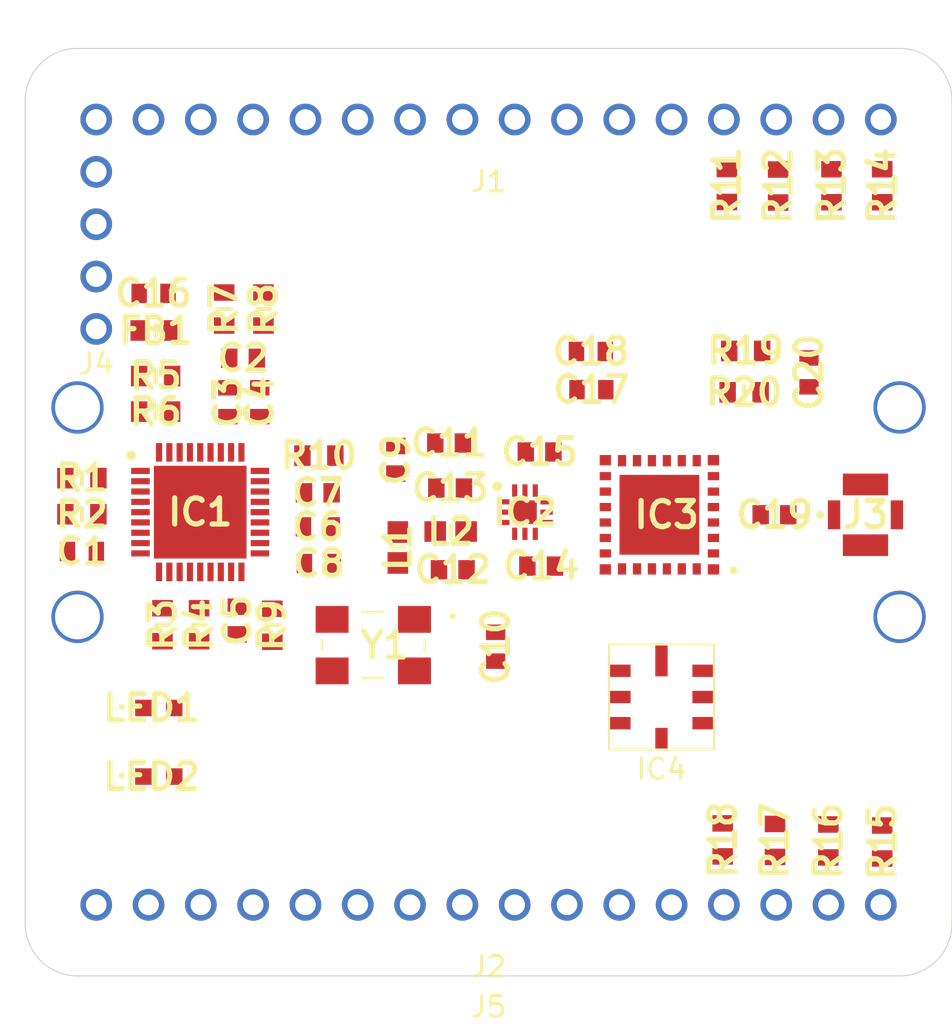
<source format=kicad_pcb>
(kicad_pcb (version 20171130) (host pcbnew 5.1.5-52549c5~86~ubuntu18.04.1)

  (general
    (thickness 1.6)
    (drawings 8)
    (tracks 0)
    (zones 0)
    (modules 55)
    (nets 84)
  )

  (page USLetter)
  (layers
    (0 F.Cu signal)
    (1 In1.Cu power)
    (2 In2.Cu power)
    (31 B.Cu signal)
    (34 B.Paste user)
    (35 F.Paste user)
    (36 B.SilkS user)
    (37 F.SilkS user)
    (38 B.Mask user)
    (39 F.Mask user)
    (44 Edge.Cuts user)
    (45 Margin user)
    (46 B.CrtYd user)
    (47 F.CrtYd user)
    (48 B.Fab user)
    (49 F.Fab user)
  )

  (setup
    (last_trace_width 0.127)
    (trace_clearance 0.127)
    (zone_clearance 0.508)
    (zone_45_only no)
    (trace_min 0.127)
    (via_size 0.4572)
    (via_drill 0.254)
    (via_min_size 0.4572)
    (via_min_drill 0.254)
    (uvia_size 0.4572)
    (uvia_drill 0.254)
    (uvias_allowed no)
    (uvia_min_size 0.4572)
    (uvia_min_drill 0.254)
    (edge_width 0.05)
    (segment_width 0.2)
    (pcb_text_width 0.3)
    (pcb_text_size 1.5 1.5)
    (mod_edge_width 0.12)
    (mod_text_size 1 1)
    (mod_text_width 0.15)
    (pad_size 1.524 1.524)
    (pad_drill 0.762)
    (pad_to_mask_clearance 0.0508)
    (aux_axis_origin 0 0)
    (visible_elements FFFFFF7F)
    (pcbplotparams
      (layerselection 0x010fc_ffffffff)
      (usegerberextensions false)
      (usegerberattributes false)
      (usegerberadvancedattributes false)
      (creategerberjobfile false)
      (excludeedgelayer true)
      (linewidth 0.100000)
      (plotframeref false)
      (viasonmask false)
      (mode 1)
      (useauxorigin false)
      (hpglpennumber 1)
      (hpglpenspeed 20)
      (hpglpendiameter 15.000000)
      (psnegative false)
      (psa4output false)
      (plotreference true)
      (plotvalue true)
      (plotinvisibletext false)
      (padsonsilk false)
      (subtractmaskfromsilk false)
      (outputformat 1)
      (mirror false)
      (drillshape 1)
      (scaleselection 1)
      (outputdirectory ""))
  )

  (net 0 "")
  (net 1 GND)
  (net 2 /VDD_FILT)
  (net 3 "Net-(C2-Pad1)")
  (net 4 "Net-(C3-Pad1)")
  (net 5 "Net-(C4-Pad1)")
  (net 6 "Net-(C5-Pad1)")
  (net 7 "Net-(C6-Pad1)")
  (net 8 "Net-(C7-Pad1)")
  (net 9 "Net-(C11-Pad1)")
  (net 10 "Net-(C10-Pad1)")
  (net 11 "Net-(C11-Pad2)")
  (net 12 "Net-(C12-Pad1)")
  (net 13 "Net-(C13-Pad2)")
  (net 14 "Net-(C14-Pad2)")
  (net 15 "Net-(C14-Pad1)")
  (net 16 "Net-(C15-Pad1)")
  (net 17 "Net-(C15-Pad2)")
  (net 18 "Net-(C19-Pad2)")
  (net 19 "Net-(C19-Pad1)")
  (net 20 "Net-(C20-Pad1)")
  (net 21 VDD)
  (net 22 /RTS0)
  (net 23 /RX0)
  (net 24 /TX0)
  (net 25 /TX_MODE)
  (net 26 /N_RX_MODE)
  (net 27 "Net-(IC1-Pad27)")
  (net 28 "Net-(IC1-Pad23)")
  (net 29 "Net-(IC1-Pad21)")
  (net 30 "Net-(IC1-Pad20)")
  (net 31 "Net-(IC1-Pad18)")
  (net 32 "Net-(IC1-Pad17)")
  (net 33 /PCLK)
  (net 34 /PDIO)
  (net 35 "Net-(IC1-Pad14)")
  (net 36 /LED2)
  (net 37 /LED1)
  (net 38 /RX1)
  (net 39 /TX1)
  (net 40 /RTS1)
  (net 41 /CTS1)
  (net 42 "Net-(IC1-Pad6)")
  (net 43 "Net-(IC1-Pad5)")
  (net 44 /RF_EN)
  (net 45 /RF_BYP)
  (net 46 /CTS0)
  (net 47 "Net-(IC2-Pad8)")
  (net 48 "Net-(IC3-Pad13)")
  (net 49 "Net-(IC3-Pad10)")
  (net 50 "Net-(J1-Pad16)")
  (net 51 "Net-(J1-Pad15)")
  (net 52 "Net-(J1-Pad14)")
  (net 53 "Net-(J1-Pad13)")
  (net 54 "Net-(J1-Pad12)")
  (net 55 "Net-(J1-Pad11)")
  (net 56 "Net-(J1-Pad10)")
  (net 57 "Net-(J1-Pad9)")
  (net 58 "Net-(J1-Pad8)")
  (net 59 "Net-(J1-Pad7)")
  (net 60 "Net-(J1-Pad6)")
  (net 61 "Net-(J1-Pad5)")
  (net 62 "Net-(J1-Pad4)")
  (net 63 "Net-(J1-Pad2)")
  (net 64 "Net-(J1-Pad1)")
  (net 65 "Net-(J2-Pad1)")
  (net 66 "Net-(J2-Pad2)")
  (net 67 /D0)
  (net 68 "Net-(J2-Pad5)")
  (net 69 "Net-(J2-Pad6)")
  (net 70 "Net-(J2-Pad7)")
  (net 71 "Net-(J2-Pad8)")
  (net 72 "Net-(J2-Pad9)")
  (net 73 "Net-(J2-Pad10)")
  (net 74 "Net-(J2-Pad11)")
  (net 75 "Net-(J2-Pad12)")
  (net 76 "Net-(J2-Pad13)")
  (net 77 "Net-(J2-Pad14)")
  (net 78 "Net-(J2-Pad15)")
  (net 79 "Net-(J2-Pad16)")
  (net 80 "Net-(LED1-Pad2)")
  (net 81 "Net-(LED2-Pad2)")
  (net 82 "Net-(R9-Pad2)")
  (net 83 "Net-(Y1-Pad1)")

  (net_class Default "This is the default net class."
    (clearance 0.127)
    (trace_width 0.127)
    (via_dia 0.4572)
    (via_drill 0.254)
    (uvia_dia 0.4572)
    (uvia_drill 0.254)
    (diff_pair_width 0.127)
    (diff_pair_gap 0.127)
    (add_net /CTS0)
    (add_net /CTS1)
    (add_net /D0)
    (add_net /LED1)
    (add_net /LED2)
    (add_net /N_RX_MODE)
    (add_net /PCLK)
    (add_net /PDIO)
    (add_net /RF_BYP)
    (add_net /RF_EN)
    (add_net /RTS0)
    (add_net /RTS1)
    (add_net /RX0)
    (add_net /RX1)
    (add_net /TX0)
    (add_net /TX1)
    (add_net /TX_MODE)
    (add_net /VDD_FILT)
    (add_net GND)
    (add_net "Net-(C10-Pad1)")
    (add_net "Net-(C11-Pad1)")
    (add_net "Net-(C11-Pad2)")
    (add_net "Net-(C12-Pad1)")
    (add_net "Net-(C13-Pad2)")
    (add_net "Net-(C14-Pad1)")
    (add_net "Net-(C14-Pad2)")
    (add_net "Net-(C15-Pad1)")
    (add_net "Net-(C15-Pad2)")
    (add_net "Net-(C19-Pad1)")
    (add_net "Net-(C19-Pad2)")
    (add_net "Net-(C2-Pad1)")
    (add_net "Net-(C20-Pad1)")
    (add_net "Net-(C3-Pad1)")
    (add_net "Net-(C4-Pad1)")
    (add_net "Net-(C5-Pad1)")
    (add_net "Net-(C6-Pad1)")
    (add_net "Net-(C7-Pad1)")
    (add_net "Net-(IC1-Pad14)")
    (add_net "Net-(IC1-Pad17)")
    (add_net "Net-(IC1-Pad18)")
    (add_net "Net-(IC1-Pad20)")
    (add_net "Net-(IC1-Pad21)")
    (add_net "Net-(IC1-Pad23)")
    (add_net "Net-(IC1-Pad27)")
    (add_net "Net-(IC1-Pad5)")
    (add_net "Net-(IC1-Pad6)")
    (add_net "Net-(IC2-Pad8)")
    (add_net "Net-(IC3-Pad10)")
    (add_net "Net-(IC3-Pad13)")
    (add_net "Net-(J1-Pad1)")
    (add_net "Net-(J1-Pad10)")
    (add_net "Net-(J1-Pad11)")
    (add_net "Net-(J1-Pad12)")
    (add_net "Net-(J1-Pad13)")
    (add_net "Net-(J1-Pad14)")
    (add_net "Net-(J1-Pad15)")
    (add_net "Net-(J1-Pad16)")
    (add_net "Net-(J1-Pad2)")
    (add_net "Net-(J1-Pad4)")
    (add_net "Net-(J1-Pad5)")
    (add_net "Net-(J1-Pad6)")
    (add_net "Net-(J1-Pad7)")
    (add_net "Net-(J1-Pad8)")
    (add_net "Net-(J1-Pad9)")
    (add_net "Net-(J2-Pad1)")
    (add_net "Net-(J2-Pad10)")
    (add_net "Net-(J2-Pad11)")
    (add_net "Net-(J2-Pad12)")
    (add_net "Net-(J2-Pad13)")
    (add_net "Net-(J2-Pad14)")
    (add_net "Net-(J2-Pad15)")
    (add_net "Net-(J2-Pad16)")
    (add_net "Net-(J2-Pad2)")
    (add_net "Net-(J2-Pad5)")
    (add_net "Net-(J2-Pad6)")
    (add_net "Net-(J2-Pad7)")
    (add_net "Net-(J2-Pad8)")
    (add_net "Net-(J2-Pad9)")
    (add_net "Net-(LED1-Pad2)")
    (add_net "Net-(LED2-Pad2)")
    (add_net "Net-(R9-Pad2)")
    (add_net "Net-(Y1-Pad1)")
    (add_net VDD)
  )

  (module ta-comm:CAPC1608X90N (layer F.Cu) (tedit 0) (tstamp 5E965485)
    (at 135.255 109.9058 180)
    (descr "GRM18_0.10 L=1.6mm W=0.8mm T=0.8mm")
    (tags Capacitor)
    (path /5E955862)
    (attr smd)
    (fp_text reference C1 (at 0 0) (layer F.SilkS)
      (effects (font (size 1.27 1.27) (thickness 0.254)))
    )
    (fp_text value 0603ZC104KAT2A (at 0 0) (layer F.SilkS) hide
      (effects (font (size 1.27 1.27) (thickness 0.254)))
    )
    (fp_line (start -0.8 0.4) (end -0.8 -0.4) (layer F.Fab) (width 0.1))
    (fp_line (start 0.8 0.4) (end -0.8 0.4) (layer F.Fab) (width 0.1))
    (fp_line (start 0.8 -0.4) (end 0.8 0.4) (layer F.Fab) (width 0.1))
    (fp_line (start -0.8 -0.4) (end 0.8 -0.4) (layer F.Fab) (width 0.1))
    (fp_line (start -1.225 0.62) (end -1.225 -0.62) (layer F.CrtYd) (width 0.05))
    (fp_line (start 1.225 0.62) (end -1.225 0.62) (layer F.CrtYd) (width 0.05))
    (fp_line (start 1.225 -0.62) (end 1.225 0.62) (layer F.CrtYd) (width 0.05))
    (fp_line (start -1.225 -0.62) (end 1.225 -0.62) (layer F.CrtYd) (width 0.05))
    (fp_text user %R (at 0 0) (layer F.Fab)
      (effects (font (size 1.27 1.27) (thickness 0.254)))
    )
    (pad 2 smd rect (at 0.7 0 180) (size 0.75 0.94) (layers F.Cu F.Paste F.Mask)
      (net 1 GND))
    (pad 1 smd rect (at -0.7 0 180) (size 0.75 0.94) (layers F.Cu F.Paste F.Mask)
      (net 2 /VDD_FILT))
    (model GRM188R71A225KE15D.stp
      (at (xyz 0 0 0))
      (scale (xyz 1 1 1))
      (rotate (xyz 0 0 0))
    )
  )

  (module ta-comm:CAPC1608X87N (layer F.Cu) (tedit 0) (tstamp 5E965494)
    (at 143.0782 100.5332)
    (descr 0603;1.6x0.8x0.8)
    (tags Capacitor)
    (path /5E95EA01)
    (attr smd)
    (fp_text reference C2 (at 0 0) (layer F.SilkS)
      (effects (font (size 1.27 1.27) (thickness 0.254)))
    )
    (fp_text value 885012006014 (at 0 0) (layer F.SilkS) hide
      (effects (font (size 1.27 1.27) (thickness 0.254)))
    )
    (fp_line (start -0.8 0.4) (end -0.8 -0.4) (layer F.Fab) (width 0.1))
    (fp_line (start 0.8 0.4) (end -0.8 0.4) (layer F.Fab) (width 0.1))
    (fp_line (start 0.8 -0.4) (end 0.8 0.4) (layer F.Fab) (width 0.1))
    (fp_line (start -0.8 -0.4) (end 0.8 -0.4) (layer F.Fab) (width 0.1))
    (fp_line (start -1.22 0.62) (end -1.22 -0.62) (layer F.CrtYd) (width 0.05))
    (fp_line (start 1.22 0.62) (end -1.22 0.62) (layer F.CrtYd) (width 0.05))
    (fp_line (start 1.22 -0.62) (end 1.22 0.62) (layer F.CrtYd) (width 0.05))
    (fp_line (start -1.22 -0.62) (end 1.22 -0.62) (layer F.CrtYd) (width 0.05))
    (fp_text user %R (at 0 0) (layer F.Fab)
      (effects (font (size 1.27 1.27) (thickness 0.254)))
    )
    (pad 2 smd rect (at 0.67 0) (size 0.8 0.94) (layers F.Cu F.Paste F.Mask)
      (net 1 GND))
    (pad 1 smd rect (at -0.67 0) (size 0.8 0.94) (layers F.Cu F.Paste F.Mask)
      (net 3 "Net-(C2-Pad1)"))
    (model 885012006014.stp
      (at (xyz 0 0 0))
      (scale (xyz 1 1 1))
      (rotate (xyz 0 0 0))
    )
  )

  (module ta-comm:CAPC1608X90N (layer F.Cu) (tedit 0) (tstamp 5E9654A3)
    (at 142.3416 102.6668 90)
    (descr "GRM18_0.10 L=1.6mm W=0.8mm T=0.8mm")
    (tags Capacitor)
    (path /5E961113)
    (attr smd)
    (fp_text reference C3 (at 0 0 90) (layer F.SilkS)
      (effects (font (size 1.27 1.27) (thickness 0.254)))
    )
    (fp_text value 0603ZC105KAT2A (at 0 0 90) (layer F.SilkS) hide
      (effects (font (size 1.27 1.27) (thickness 0.254)))
    )
    (fp_text user %R (at 0 0 90) (layer F.Fab)
      (effects (font (size 1.27 1.27) (thickness 0.254)))
    )
    (fp_line (start -1.225 -0.62) (end 1.225 -0.62) (layer F.CrtYd) (width 0.05))
    (fp_line (start 1.225 -0.62) (end 1.225 0.62) (layer F.CrtYd) (width 0.05))
    (fp_line (start 1.225 0.62) (end -1.225 0.62) (layer F.CrtYd) (width 0.05))
    (fp_line (start -1.225 0.62) (end -1.225 -0.62) (layer F.CrtYd) (width 0.05))
    (fp_line (start -0.8 -0.4) (end 0.8 -0.4) (layer F.Fab) (width 0.1))
    (fp_line (start 0.8 -0.4) (end 0.8 0.4) (layer F.Fab) (width 0.1))
    (fp_line (start 0.8 0.4) (end -0.8 0.4) (layer F.Fab) (width 0.1))
    (fp_line (start -0.8 0.4) (end -0.8 -0.4) (layer F.Fab) (width 0.1))
    (pad 1 smd rect (at -0.7 0 90) (size 0.75 0.94) (layers F.Cu F.Paste F.Mask)
      (net 4 "Net-(C3-Pad1)"))
    (pad 2 smd rect (at 0.7 0 90) (size 0.75 0.94) (layers F.Cu F.Paste F.Mask)
      (net 1 GND))
    (model GRM188R71A225KE15D.stp
      (at (xyz 0 0 0))
      (scale (xyz 1 1 1))
      (rotate (xyz 0 0 0))
    )
  )

  (module ta-comm:CAPC1608X90N (layer F.Cu) (tedit 0) (tstamp 5E9654B2)
    (at 143.891 102.6668 90)
    (descr "GRM18_0.10 L=1.6mm W=0.8mm T=0.8mm")
    (tags Capacitor)
    (path /5E9617C9)
    (attr smd)
    (fp_text reference C4 (at 0 0 90) (layer F.SilkS)
      (effects (font (size 1.27 1.27) (thickness 0.254)))
    )
    (fp_text value 0603ZC104KAT2A (at 0 0 90) (layer F.SilkS) hide
      (effects (font (size 1.27 1.27) (thickness 0.254)))
    )
    (fp_text user %R (at 0 0 90) (layer F.Fab)
      (effects (font (size 1.27 1.27) (thickness 0.254)))
    )
    (fp_line (start -1.225 -0.62) (end 1.225 -0.62) (layer F.CrtYd) (width 0.05))
    (fp_line (start 1.225 -0.62) (end 1.225 0.62) (layer F.CrtYd) (width 0.05))
    (fp_line (start 1.225 0.62) (end -1.225 0.62) (layer F.CrtYd) (width 0.05))
    (fp_line (start -1.225 0.62) (end -1.225 -0.62) (layer F.CrtYd) (width 0.05))
    (fp_line (start -0.8 -0.4) (end 0.8 -0.4) (layer F.Fab) (width 0.1))
    (fp_line (start 0.8 -0.4) (end 0.8 0.4) (layer F.Fab) (width 0.1))
    (fp_line (start 0.8 0.4) (end -0.8 0.4) (layer F.Fab) (width 0.1))
    (fp_line (start -0.8 0.4) (end -0.8 -0.4) (layer F.Fab) (width 0.1))
    (pad 1 smd rect (at -0.7 0 90) (size 0.75 0.94) (layers F.Cu F.Paste F.Mask)
      (net 5 "Net-(C4-Pad1)"))
    (pad 2 smd rect (at 0.7 0 90) (size 0.75 0.94) (layers F.Cu F.Paste F.Mask)
      (net 1 GND))
    (model GRM188R71A225KE15D.stp
      (at (xyz 0 0 0))
      (scale (xyz 1 1 1))
      (rotate (xyz 0 0 0))
    )
  )

  (module ta-comm:CAPC1608X87N (layer F.Cu) (tedit 0) (tstamp 5E9654C1)
    (at 142.7988 113.2586 90)
    (descr 0603;1.6x0.8x0.8)
    (tags Capacitor)
    (path /5E99F42B)
    (attr smd)
    (fp_text reference C5 (at 0 0 90) (layer F.SilkS)
      (effects (font (size 1.27 1.27) (thickness 0.254)))
    )
    (fp_text value 885012006010 (at 0 0 90) (layer F.SilkS) hide
      (effects (font (size 1.27 1.27) (thickness 0.254)))
    )
    (fp_text user %R (at 0 0 90) (layer F.Fab)
      (effects (font (size 1.27 1.27) (thickness 0.254)))
    )
    (fp_line (start -1.22 -0.62) (end 1.22 -0.62) (layer F.CrtYd) (width 0.05))
    (fp_line (start 1.22 -0.62) (end 1.22 0.62) (layer F.CrtYd) (width 0.05))
    (fp_line (start 1.22 0.62) (end -1.22 0.62) (layer F.CrtYd) (width 0.05))
    (fp_line (start -1.22 0.62) (end -1.22 -0.62) (layer F.CrtYd) (width 0.05))
    (fp_line (start -0.8 -0.4) (end 0.8 -0.4) (layer F.Fab) (width 0.1))
    (fp_line (start 0.8 -0.4) (end 0.8 0.4) (layer F.Fab) (width 0.1))
    (fp_line (start 0.8 0.4) (end -0.8 0.4) (layer F.Fab) (width 0.1))
    (fp_line (start -0.8 0.4) (end -0.8 -0.4) (layer F.Fab) (width 0.1))
    (pad 1 smd rect (at -0.67 0 90) (size 0.8 0.94) (layers F.Cu F.Paste F.Mask)
      (net 6 "Net-(C5-Pad1)"))
    (pad 2 smd rect (at 0.67 0 90) (size 0.8 0.94) (layers F.Cu F.Paste F.Mask)
      (net 1 GND))
    (model 885012006014.stp
      (at (xyz 0 0 0))
      (scale (xyz 1 1 1))
      (rotate (xyz 0 0 0))
    )
  )

  (module ta-comm:CAPC1608X90N (layer F.Cu) (tedit 0) (tstamp 5E9654D0)
    (at 146.7104 108.712)
    (descr "GRM18_0.10 L=1.6mm W=0.8mm T=0.8mm")
    (tags Capacitor)
    (path /5EA071F2)
    (attr smd)
    (fp_text reference C6 (at 0 0) (layer F.SilkS)
      (effects (font (size 1.27 1.27) (thickness 0.254)))
    )
    (fp_text value 0603ZC104KAT2A (at 0 0) (layer F.SilkS) hide
      (effects (font (size 1.27 1.27) (thickness 0.254)))
    )
    (fp_line (start -0.8 0.4) (end -0.8 -0.4) (layer F.Fab) (width 0.1))
    (fp_line (start 0.8 0.4) (end -0.8 0.4) (layer F.Fab) (width 0.1))
    (fp_line (start 0.8 -0.4) (end 0.8 0.4) (layer F.Fab) (width 0.1))
    (fp_line (start -0.8 -0.4) (end 0.8 -0.4) (layer F.Fab) (width 0.1))
    (fp_line (start -1.225 0.62) (end -1.225 -0.62) (layer F.CrtYd) (width 0.05))
    (fp_line (start 1.225 0.62) (end -1.225 0.62) (layer F.CrtYd) (width 0.05))
    (fp_line (start 1.225 -0.62) (end 1.225 0.62) (layer F.CrtYd) (width 0.05))
    (fp_line (start -1.225 -0.62) (end 1.225 -0.62) (layer F.CrtYd) (width 0.05))
    (fp_text user %R (at 0 0) (layer F.Fab)
      (effects (font (size 1.27 1.27) (thickness 0.254)))
    )
    (pad 2 smd rect (at 0.7 0) (size 0.75 0.94) (layers F.Cu F.Paste F.Mask)
      (net 1 GND))
    (pad 1 smd rect (at -0.7 0) (size 0.75 0.94) (layers F.Cu F.Paste F.Mask)
      (net 7 "Net-(C6-Pad1)"))
    (model GRM188R71A225KE15D.stp
      (at (xyz 0 0 0))
      (scale (xyz 1 1 1))
      (rotate (xyz 0 0 0))
    )
  )

  (module ta-comm:CAPC1608X87N (layer F.Cu) (tedit 0) (tstamp 5E9654DF)
    (at 146.7104 107.061)
    (descr 0603;1.6x0.8x0.8)
    (tags Capacitor)
    (path /5EA080C2)
    (attr smd)
    (fp_text reference C7 (at 0 0) (layer F.SilkS)
      (effects (font (size 1.27 1.27) (thickness 0.254)))
    )
    (fp_text value 885012006010 (at 0 0) (layer F.SilkS) hide
      (effects (font (size 1.27 1.27) (thickness 0.254)))
    )
    (fp_line (start -0.8 0.4) (end -0.8 -0.4) (layer F.Fab) (width 0.1))
    (fp_line (start 0.8 0.4) (end -0.8 0.4) (layer F.Fab) (width 0.1))
    (fp_line (start 0.8 -0.4) (end 0.8 0.4) (layer F.Fab) (width 0.1))
    (fp_line (start -0.8 -0.4) (end 0.8 -0.4) (layer F.Fab) (width 0.1))
    (fp_line (start -1.22 0.62) (end -1.22 -0.62) (layer F.CrtYd) (width 0.05))
    (fp_line (start 1.22 0.62) (end -1.22 0.62) (layer F.CrtYd) (width 0.05))
    (fp_line (start 1.22 -0.62) (end 1.22 0.62) (layer F.CrtYd) (width 0.05))
    (fp_line (start -1.22 -0.62) (end 1.22 -0.62) (layer F.CrtYd) (width 0.05))
    (fp_text user %R (at 0 0) (layer F.Fab)
      (effects (font (size 1.27 1.27) (thickness 0.254)))
    )
    (pad 2 smd rect (at 0.67 0) (size 0.8 0.94) (layers F.Cu F.Paste F.Mask)
      (net 1 GND))
    (pad 1 smd rect (at -0.67 0) (size 0.8 0.94) (layers F.Cu F.Paste F.Mask)
      (net 8 "Net-(C7-Pad1)"))
    (model 885012006014.stp
      (at (xyz 0 0 0))
      (scale (xyz 1 1 1))
      (rotate (xyz 0 0 0))
    )
  )

  (module ta-comm:CAPC1608X90N (layer F.Cu) (tedit 0) (tstamp 5E9654EE)
    (at 146.7612 110.49)
    (descr "GRM18_0.10 L=1.6mm W=0.8mm T=0.8mm")
    (tags Capacitor)
    (path /5E9D9963)
    (attr smd)
    (fp_text reference C8 (at 0 0) (layer F.SilkS)
      (effects (font (size 1.27 1.27) (thickness 0.254)))
    )
    (fp_text value 0603ZC104KAT2A (at 0 0) (layer F.SilkS) hide
      (effects (font (size 1.27 1.27) (thickness 0.254)))
    )
    (fp_text user %R (at 0 0) (layer F.Fab)
      (effects (font (size 1.27 1.27) (thickness 0.254)))
    )
    (fp_line (start -1.225 -0.62) (end 1.225 -0.62) (layer F.CrtYd) (width 0.05))
    (fp_line (start 1.225 -0.62) (end 1.225 0.62) (layer F.CrtYd) (width 0.05))
    (fp_line (start 1.225 0.62) (end -1.225 0.62) (layer F.CrtYd) (width 0.05))
    (fp_line (start -1.225 0.62) (end -1.225 -0.62) (layer F.CrtYd) (width 0.05))
    (fp_line (start -0.8 -0.4) (end 0.8 -0.4) (layer F.Fab) (width 0.1))
    (fp_line (start 0.8 -0.4) (end 0.8 0.4) (layer F.Fab) (width 0.1))
    (fp_line (start 0.8 0.4) (end -0.8 0.4) (layer F.Fab) (width 0.1))
    (fp_line (start -0.8 0.4) (end -0.8 -0.4) (layer F.Fab) (width 0.1))
    (pad 1 smd rect (at -0.7 0) (size 0.75 0.94) (layers F.Cu F.Paste F.Mask)
      (net 2 /VDD_FILT))
    (pad 2 smd rect (at 0.7 0) (size 0.75 0.94) (layers F.Cu F.Paste F.Mask)
      (net 1 GND))
    (model GRM188R71A225KE15D.stp
      (at (xyz 0 0 0))
      (scale (xyz 1 1 1))
      (rotate (xyz 0 0 0))
    )
  )

  (module ta-comm:CAPC1608X87N (layer F.Cu) (tedit 0) (tstamp 5E9654FD)
    (at 150.495 105.4608 90)
    (descr 0603;1.6x0.8x0.8)
    (tags Capacitor)
    (path /5EA572C4)
    (attr smd)
    (fp_text reference C9 (at 0 0 90) (layer F.SilkS)
      (effects (font (size 1.27 1.27) (thickness 0.254)))
    )
    (fp_text value VJ0603A3R9BXQCW1BC (at 0 0 90) (layer F.SilkS) hide
      (effects (font (size 1.27 1.27) (thickness 0.254)))
    )
    (fp_text user %R (at 0 0 90) (layer F.Fab)
      (effects (font (size 1.27 1.27) (thickness 0.254)))
    )
    (fp_line (start -1.22 -0.62) (end 1.22 -0.62) (layer F.CrtYd) (width 0.05))
    (fp_line (start 1.22 -0.62) (end 1.22 0.62) (layer F.CrtYd) (width 0.05))
    (fp_line (start 1.22 0.62) (end -1.22 0.62) (layer F.CrtYd) (width 0.05))
    (fp_line (start -1.22 0.62) (end -1.22 -0.62) (layer F.CrtYd) (width 0.05))
    (fp_line (start -0.8 -0.4) (end 0.8 -0.4) (layer F.Fab) (width 0.1))
    (fp_line (start 0.8 -0.4) (end 0.8 0.4) (layer F.Fab) (width 0.1))
    (fp_line (start 0.8 0.4) (end -0.8 0.4) (layer F.Fab) (width 0.1))
    (fp_line (start -0.8 0.4) (end -0.8 -0.4) (layer F.Fab) (width 0.1))
    (pad 1 smd rect (at -0.67 0 90) (size 0.8 0.94) (layers F.Cu F.Paste F.Mask)
      (net 9 "Net-(C11-Pad1)"))
    (pad 2 smd rect (at 0.67 0 90) (size 0.8 0.94) (layers F.Cu F.Paste F.Mask)
      (net 1 GND))
    (model 885012006014.stp
      (at (xyz 0 0 0))
      (scale (xyz 1 1 1))
      (rotate (xyz 0 0 0))
    )
  )

  (module ta-comm:CAPC1608X90N (layer F.Cu) (tedit 0) (tstamp 5E96550C)
    (at 155.3464 114.5286 90)
    (descr "GRM18_0.10 L=1.6mm W=0.8mm T=0.8mm")
    (tags Capacitor)
    (path /5E9D0F2D)
    (attr smd)
    (fp_text reference C10 (at 0 0 90) (layer F.SilkS)
      (effects (font (size 1.27 1.27) (thickness 0.254)))
    )
    (fp_text value 0603ZC104KAT2A (at 0 0 90) (layer F.SilkS) hide
      (effects (font (size 1.27 1.27) (thickness 0.254)))
    )
    (fp_line (start -0.8 0.4) (end -0.8 -0.4) (layer F.Fab) (width 0.1))
    (fp_line (start 0.8 0.4) (end -0.8 0.4) (layer F.Fab) (width 0.1))
    (fp_line (start 0.8 -0.4) (end 0.8 0.4) (layer F.Fab) (width 0.1))
    (fp_line (start -0.8 -0.4) (end 0.8 -0.4) (layer F.Fab) (width 0.1))
    (fp_line (start -1.225 0.62) (end -1.225 -0.62) (layer F.CrtYd) (width 0.05))
    (fp_line (start 1.225 0.62) (end -1.225 0.62) (layer F.CrtYd) (width 0.05))
    (fp_line (start 1.225 -0.62) (end 1.225 0.62) (layer F.CrtYd) (width 0.05))
    (fp_line (start -1.225 -0.62) (end 1.225 -0.62) (layer F.CrtYd) (width 0.05))
    (fp_text user %R (at 0 0 90) (layer F.Fab)
      (effects (font (size 1.27 1.27) (thickness 0.254)))
    )
    (pad 2 smd rect (at 0.7 0 90) (size 0.75 0.94) (layers F.Cu F.Paste F.Mask)
      (net 1 GND))
    (pad 1 smd rect (at -0.7 0 90) (size 0.75 0.94) (layers F.Cu F.Paste F.Mask)
      (net 10 "Net-(C10-Pad1)"))
    (model GRM188R71A225KE15D.stp
      (at (xyz 0 0 0))
      (scale (xyz 1 1 1))
      (rotate (xyz 0 0 0))
    )
  )

  (module ta-comm:CAPC1608X87N (layer F.Cu) (tedit 0) (tstamp 5E96551B)
    (at 153.0858 104.648)
    (descr 0603;1.6x0.8x0.8)
    (tags Capacitor)
    (path /5EAAA7C5)
    (attr smd)
    (fp_text reference C11 (at 0 0) (layer F.SilkS)
      (effects (font (size 1.27 1.27) (thickness 0.254)))
    )
    (fp_text value VJ0603A3R9BXQCW1BC (at 0 0) (layer F.SilkS) hide
      (effects (font (size 1.27 1.27) (thickness 0.254)))
    )
    (fp_line (start -0.8 0.4) (end -0.8 -0.4) (layer F.Fab) (width 0.1))
    (fp_line (start 0.8 0.4) (end -0.8 0.4) (layer F.Fab) (width 0.1))
    (fp_line (start 0.8 -0.4) (end 0.8 0.4) (layer F.Fab) (width 0.1))
    (fp_line (start -0.8 -0.4) (end 0.8 -0.4) (layer F.Fab) (width 0.1))
    (fp_line (start -1.22 0.62) (end -1.22 -0.62) (layer F.CrtYd) (width 0.05))
    (fp_line (start 1.22 0.62) (end -1.22 0.62) (layer F.CrtYd) (width 0.05))
    (fp_line (start 1.22 -0.62) (end 1.22 0.62) (layer F.CrtYd) (width 0.05))
    (fp_line (start -1.22 -0.62) (end 1.22 -0.62) (layer F.CrtYd) (width 0.05))
    (fp_text user %R (at 0 0) (layer F.Fab)
      (effects (font (size 1.27 1.27) (thickness 0.254)))
    )
    (pad 2 smd rect (at 0.67 0) (size 0.8 0.94) (layers F.Cu F.Paste F.Mask)
      (net 11 "Net-(C11-Pad2)"))
    (pad 1 smd rect (at -0.67 0) (size 0.8 0.94) (layers F.Cu F.Paste F.Mask)
      (net 9 "Net-(C11-Pad1)"))
    (model 885012006014.stp
      (at (xyz 0 0 0))
      (scale (xyz 1 1 1))
      (rotate (xyz 0 0 0))
    )
  )

  (module ta-comm:CAPC1608X87N (layer F.Cu) (tedit 0) (tstamp 5E96552A)
    (at 153.2636 110.7948)
    (descr 0603;1.6x0.8x0.8)
    (tags Capacitor)
    (path /5EAB9EFE)
    (attr smd)
    (fp_text reference C12 (at 0 0) (layer F.SilkS)
      (effects (font (size 1.27 1.27) (thickness 0.254)))
    )
    (fp_text value 885012006010 (at 0 0) (layer F.SilkS) hide
      (effects (font (size 1.27 1.27) (thickness 0.254)))
    )
    (fp_text user %R (at 0 0) (layer F.Fab)
      (effects (font (size 1.27 1.27) (thickness 0.254)))
    )
    (fp_line (start -1.22 -0.62) (end 1.22 -0.62) (layer F.CrtYd) (width 0.05))
    (fp_line (start 1.22 -0.62) (end 1.22 0.62) (layer F.CrtYd) (width 0.05))
    (fp_line (start 1.22 0.62) (end -1.22 0.62) (layer F.CrtYd) (width 0.05))
    (fp_line (start -1.22 0.62) (end -1.22 -0.62) (layer F.CrtYd) (width 0.05))
    (fp_line (start -0.8 -0.4) (end 0.8 -0.4) (layer F.Fab) (width 0.1))
    (fp_line (start 0.8 -0.4) (end 0.8 0.4) (layer F.Fab) (width 0.1))
    (fp_line (start 0.8 0.4) (end -0.8 0.4) (layer F.Fab) (width 0.1))
    (fp_line (start -0.8 0.4) (end -0.8 -0.4) (layer F.Fab) (width 0.1))
    (pad 1 smd rect (at -0.67 0) (size 0.8 0.94) (layers F.Cu F.Paste F.Mask)
      (net 12 "Net-(C12-Pad1)"))
    (pad 2 smd rect (at 0.67 0) (size 0.8 0.94) (layers F.Cu F.Paste F.Mask)
      (net 1 GND))
    (model 885012006014.stp
      (at (xyz 0 0 0))
      (scale (xyz 1 1 1))
      (rotate (xyz 0 0 0))
    )
  )

  (module ta-comm:CAPC1608X87N (layer F.Cu) (tedit 0) (tstamp 5E965539)
    (at 153.1366 106.8324)
    (descr 0603;1.6x0.8x0.8)
    (tags Capacitor)
    (path /5EAB692A)
    (attr smd)
    (fp_text reference C13 (at 0 0) (layer F.SilkS)
      (effects (font (size 1.27 1.27) (thickness 0.254)))
    )
    (fp_text value 885012006010 (at 0 0) (layer F.SilkS) hide
      (effects (font (size 1.27 1.27) (thickness 0.254)))
    )
    (fp_text user %R (at 0 0) (layer F.Fab)
      (effects (font (size 1.27 1.27) (thickness 0.254)))
    )
    (fp_line (start -1.22 -0.62) (end 1.22 -0.62) (layer F.CrtYd) (width 0.05))
    (fp_line (start 1.22 -0.62) (end 1.22 0.62) (layer F.CrtYd) (width 0.05))
    (fp_line (start 1.22 0.62) (end -1.22 0.62) (layer F.CrtYd) (width 0.05))
    (fp_line (start -1.22 0.62) (end -1.22 -0.62) (layer F.CrtYd) (width 0.05))
    (fp_line (start -0.8 -0.4) (end 0.8 -0.4) (layer F.Fab) (width 0.1))
    (fp_line (start 0.8 -0.4) (end 0.8 0.4) (layer F.Fab) (width 0.1))
    (fp_line (start 0.8 0.4) (end -0.8 0.4) (layer F.Fab) (width 0.1))
    (fp_line (start -0.8 0.4) (end -0.8 -0.4) (layer F.Fab) (width 0.1))
    (pad 1 smd rect (at -0.67 0) (size 0.8 0.94) (layers F.Cu F.Paste F.Mask)
      (net 11 "Net-(C11-Pad2)"))
    (pad 2 smd rect (at 0.67 0) (size 0.8 0.94) (layers F.Cu F.Paste F.Mask)
      (net 13 "Net-(C13-Pad2)"))
    (model 885012006014.stp
      (at (xyz 0 0 0))
      (scale (xyz 1 1 1))
      (rotate (xyz 0 0 0))
    )
  )

  (module ta-comm:CAPC1608X87N (layer F.Cu) (tedit 0) (tstamp 5E965548)
    (at 157.5562 110.617)
    (descr 0603;1.6x0.8x0.8)
    (tags Capacitor)
    (path /5ED6F95C)
    (attr smd)
    (fp_text reference C14 (at 0 0) (layer F.SilkS)
      (effects (font (size 1.27 1.27) (thickness 0.254)))
    )
    (fp_text value 885012006010 (at 0 0) (layer F.SilkS) hide
      (effects (font (size 1.27 1.27) (thickness 0.254)))
    )
    (fp_line (start -0.8 0.4) (end -0.8 -0.4) (layer F.Fab) (width 0.1))
    (fp_line (start 0.8 0.4) (end -0.8 0.4) (layer F.Fab) (width 0.1))
    (fp_line (start 0.8 -0.4) (end 0.8 0.4) (layer F.Fab) (width 0.1))
    (fp_line (start -0.8 -0.4) (end 0.8 -0.4) (layer F.Fab) (width 0.1))
    (fp_line (start -1.22 0.62) (end -1.22 -0.62) (layer F.CrtYd) (width 0.05))
    (fp_line (start 1.22 0.62) (end -1.22 0.62) (layer F.CrtYd) (width 0.05))
    (fp_line (start 1.22 -0.62) (end 1.22 0.62) (layer F.CrtYd) (width 0.05))
    (fp_line (start -1.22 -0.62) (end 1.22 -0.62) (layer F.CrtYd) (width 0.05))
    (fp_text user %R (at 0 0) (layer F.Fab)
      (effects (font (size 1.27 1.27) (thickness 0.254)))
    )
    (pad 2 smd rect (at 0.67 0) (size 0.8 0.94) (layers F.Cu F.Paste F.Mask)
      (net 14 "Net-(C14-Pad2)"))
    (pad 1 smd rect (at -0.67 0) (size 0.8 0.94) (layers F.Cu F.Paste F.Mask)
      (net 15 "Net-(C14-Pad1)"))
    (model 885012006014.stp
      (at (xyz 0 0 0))
      (scale (xyz 1 1 1))
      (rotate (xyz 0 0 0))
    )
  )

  (module ta-comm:CAPC1608X87N (layer F.Cu) (tedit 0) (tstamp 5E965557)
    (at 157.48 105.0798)
    (descr 0603;1.6x0.8x0.8)
    (tags Capacitor)
    (path /5ED71323)
    (attr smd)
    (fp_text reference C15 (at 0 0) (layer F.SilkS)
      (effects (font (size 1.27 1.27) (thickness 0.254)))
    )
    (fp_text value 885012006010 (at 0 0) (layer F.SilkS) hide
      (effects (font (size 1.27 1.27) (thickness 0.254)))
    )
    (fp_text user %R (at 0 0) (layer F.Fab)
      (effects (font (size 1.27 1.27) (thickness 0.254)))
    )
    (fp_line (start -1.22 -0.62) (end 1.22 -0.62) (layer F.CrtYd) (width 0.05))
    (fp_line (start 1.22 -0.62) (end 1.22 0.62) (layer F.CrtYd) (width 0.05))
    (fp_line (start 1.22 0.62) (end -1.22 0.62) (layer F.CrtYd) (width 0.05))
    (fp_line (start -1.22 0.62) (end -1.22 -0.62) (layer F.CrtYd) (width 0.05))
    (fp_line (start -0.8 -0.4) (end 0.8 -0.4) (layer F.Fab) (width 0.1))
    (fp_line (start 0.8 -0.4) (end 0.8 0.4) (layer F.Fab) (width 0.1))
    (fp_line (start 0.8 0.4) (end -0.8 0.4) (layer F.Fab) (width 0.1))
    (fp_line (start -0.8 0.4) (end -0.8 -0.4) (layer F.Fab) (width 0.1))
    (pad 1 smd rect (at -0.67 0) (size 0.8 0.94) (layers F.Cu F.Paste F.Mask)
      (net 16 "Net-(C15-Pad1)"))
    (pad 2 smd rect (at 0.67 0) (size 0.8 0.94) (layers F.Cu F.Paste F.Mask)
      (net 17 "Net-(C15-Pad2)"))
    (model 885012006014.stp
      (at (xyz 0 0 0))
      (scale (xyz 1 1 1))
      (rotate (xyz 0 0 0))
    )
  )

  (module ta-comm:CAPC1608X90N (layer F.Cu) (tedit 0) (tstamp 5E965566)
    (at 138.7348 97.3836 180)
    (descr "GRM18_0.10 L=1.6mm W=0.8mm T=0.8mm")
    (tags Capacitor)
    (path /5EC92D0E)
    (attr smd)
    (fp_text reference C16 (at 0 0) (layer F.SilkS)
      (effects (font (size 1.27 1.27) (thickness 0.254)))
    )
    (fp_text value GRM188R71A225KE15D (at 0 0) (layer F.SilkS) hide
      (effects (font (size 1.27 1.27) (thickness 0.254)))
    )
    (fp_text user %R (at 0 0) (layer F.Fab)
      (effects (font (size 1.27 1.27) (thickness 0.254)))
    )
    (fp_line (start -1.225 -0.62) (end 1.225 -0.62) (layer F.CrtYd) (width 0.05))
    (fp_line (start 1.225 -0.62) (end 1.225 0.62) (layer F.CrtYd) (width 0.05))
    (fp_line (start 1.225 0.62) (end -1.225 0.62) (layer F.CrtYd) (width 0.05))
    (fp_line (start -1.225 0.62) (end -1.225 -0.62) (layer F.CrtYd) (width 0.05))
    (fp_line (start -0.8 -0.4) (end 0.8 -0.4) (layer F.Fab) (width 0.1))
    (fp_line (start 0.8 -0.4) (end 0.8 0.4) (layer F.Fab) (width 0.1))
    (fp_line (start 0.8 0.4) (end -0.8 0.4) (layer F.Fab) (width 0.1))
    (fp_line (start -0.8 0.4) (end -0.8 -0.4) (layer F.Fab) (width 0.1))
    (pad 1 smd rect (at -0.7 0 180) (size 0.75 0.94) (layers F.Cu F.Paste F.Mask)
      (net 2 /VDD_FILT))
    (pad 2 smd rect (at 0.7 0 180) (size 0.75 0.94) (layers F.Cu F.Paste F.Mask)
      (net 1 GND))
    (model GRM188R71A225KE15D.stp
      (at (xyz 0 0 0))
      (scale (xyz 1 1 1))
      (rotate (xyz 0 0 0))
    )
  )

  (module ta-comm:CAPC1608X90N (layer F.Cu) (tedit 0) (tstamp 5E965575)
    (at 159.9946 102.0572)
    (descr "GRM18_0.10 L=1.6mm W=0.8mm T=0.8mm")
    (tags Capacitor)
    (path /5EE7A06B)
    (attr smd)
    (fp_text reference C17 (at 0 0) (layer F.SilkS)
      (effects (font (size 1.27 1.27) (thickness 0.254)))
    )
    (fp_text value 0603ZC105KAT2A (at 0 0) (layer F.SilkS) hide
      (effects (font (size 1.27 1.27) (thickness 0.254)))
    )
    (fp_text user %R (at 0 0) (layer F.Fab)
      (effects (font (size 1.27 1.27) (thickness 0.254)))
    )
    (fp_line (start -1.225 -0.62) (end 1.225 -0.62) (layer F.CrtYd) (width 0.05))
    (fp_line (start 1.225 -0.62) (end 1.225 0.62) (layer F.CrtYd) (width 0.05))
    (fp_line (start 1.225 0.62) (end -1.225 0.62) (layer F.CrtYd) (width 0.05))
    (fp_line (start -1.225 0.62) (end -1.225 -0.62) (layer F.CrtYd) (width 0.05))
    (fp_line (start -0.8 -0.4) (end 0.8 -0.4) (layer F.Fab) (width 0.1))
    (fp_line (start 0.8 -0.4) (end 0.8 0.4) (layer F.Fab) (width 0.1))
    (fp_line (start 0.8 0.4) (end -0.8 0.4) (layer F.Fab) (width 0.1))
    (fp_line (start -0.8 0.4) (end -0.8 -0.4) (layer F.Fab) (width 0.1))
    (pad 1 smd rect (at -0.7 0) (size 0.75 0.94) (layers F.Cu F.Paste F.Mask)
      (net 2 /VDD_FILT))
    (pad 2 smd rect (at 0.7 0) (size 0.75 0.94) (layers F.Cu F.Paste F.Mask)
      (net 1 GND))
    (model GRM188R71A225KE15D.stp
      (at (xyz 0 0 0))
      (scale (xyz 1 1 1))
      (rotate (xyz 0 0 0))
    )
  )

  (module ta-comm:CAPC1608X90N (layer F.Cu) (tedit 0) (tstamp 5E9604D2)
    (at 159.9692 100.203)
    (descr "GRM18_0.10 L=1.6mm W=0.8mm T=0.8mm")
    (tags Capacitor)
    (path /5EE7BEC8)
    (attr smd)
    (fp_text reference C18 (at 0 0) (layer F.SilkS)
      (effects (font (size 1.27 1.27) (thickness 0.254)))
    )
    (fp_text value 0603ZC105KAT2A (at 0 0) (layer F.SilkS) hide
      (effects (font (size 1.27 1.27) (thickness 0.254)))
    )
    (fp_line (start -0.8 0.4) (end -0.8 -0.4) (layer F.Fab) (width 0.1))
    (fp_line (start 0.8 0.4) (end -0.8 0.4) (layer F.Fab) (width 0.1))
    (fp_line (start 0.8 -0.4) (end 0.8 0.4) (layer F.Fab) (width 0.1))
    (fp_line (start -0.8 -0.4) (end 0.8 -0.4) (layer F.Fab) (width 0.1))
    (fp_line (start -1.225 0.62) (end -1.225 -0.62) (layer F.CrtYd) (width 0.05))
    (fp_line (start 1.225 0.62) (end -1.225 0.62) (layer F.CrtYd) (width 0.05))
    (fp_line (start 1.225 -0.62) (end 1.225 0.62) (layer F.CrtYd) (width 0.05))
    (fp_line (start -1.225 -0.62) (end 1.225 -0.62) (layer F.CrtYd) (width 0.05))
    (fp_text user %R (at 0 0) (layer F.Fab)
      (effects (font (size 1.27 1.27) (thickness 0.254)))
    )
    (pad 2 smd rect (at 0.7 0) (size 0.75 0.94) (layers F.Cu F.Paste F.Mask)
      (net 1 GND))
    (pad 1 smd rect (at -0.7 0) (size 0.75 0.94) (layers F.Cu F.Paste F.Mask)
      (net 2 /VDD_FILT))
    (model GRM188R71A225KE15D.stp
      (at (xyz 0 0 0))
      (scale (xyz 1 1 1))
      (rotate (xyz 0 0 0))
    )
  )

  (module ta-comm:CAPC1608X87N (layer F.Cu) (tedit 0) (tstamp 5E965593)
    (at 168.8846 108.1278)
    (descr 0603;1.6x0.8x0.8)
    (tags Capacitor)
    (path /5EF5845D)
    (attr smd)
    (fp_text reference C19 (at 0 0) (layer F.SilkS)
      (effects (font (size 1.27 1.27) (thickness 0.254)))
    )
    (fp_text value 885012006010 (at 0 0) (layer F.SilkS) hide
      (effects (font (size 1.27 1.27) (thickness 0.254)))
    )
    (fp_line (start -0.8 0.4) (end -0.8 -0.4) (layer F.Fab) (width 0.1))
    (fp_line (start 0.8 0.4) (end -0.8 0.4) (layer F.Fab) (width 0.1))
    (fp_line (start 0.8 -0.4) (end 0.8 0.4) (layer F.Fab) (width 0.1))
    (fp_line (start -0.8 -0.4) (end 0.8 -0.4) (layer F.Fab) (width 0.1))
    (fp_line (start -1.22 0.62) (end -1.22 -0.62) (layer F.CrtYd) (width 0.05))
    (fp_line (start 1.22 0.62) (end -1.22 0.62) (layer F.CrtYd) (width 0.05))
    (fp_line (start 1.22 -0.62) (end 1.22 0.62) (layer F.CrtYd) (width 0.05))
    (fp_line (start -1.22 -0.62) (end 1.22 -0.62) (layer F.CrtYd) (width 0.05))
    (fp_text user %R (at 0 0) (layer F.Fab)
      (effects (font (size 1.27 1.27) (thickness 0.254)))
    )
    (pad 2 smd rect (at 0.67 0) (size 0.8 0.94) (layers F.Cu F.Paste F.Mask)
      (net 18 "Net-(C19-Pad2)"))
    (pad 1 smd rect (at -0.67 0) (size 0.8 0.94) (layers F.Cu F.Paste F.Mask)
      (net 19 "Net-(C19-Pad1)"))
    (model 885012006014.stp
      (at (xyz 0 0 0))
      (scale (xyz 1 1 1))
      (rotate (xyz 0 0 0))
    )
  )

  (module ta-comm:CAPC1608X90N (layer F.Cu) (tedit 0) (tstamp 5E9655A2)
    (at 170.561 101.219 90)
    (descr "GRM18_0.10 L=1.6mm W=0.8mm T=0.8mm")
    (tags Capacitor)
    (path /5ED44BC3)
    (attr smd)
    (fp_text reference C20 (at 0 0 90) (layer F.SilkS)
      (effects (font (size 1.27 1.27) (thickness 0.254)))
    )
    (fp_text value CC0603KRX7R6BB224 (at 0 0 90) (layer F.SilkS) hide
      (effects (font (size 1.27 1.27) (thickness 0.254)))
    )
    (fp_line (start -0.8 0.4) (end -0.8 -0.4) (layer F.Fab) (width 0.1))
    (fp_line (start 0.8 0.4) (end -0.8 0.4) (layer F.Fab) (width 0.1))
    (fp_line (start 0.8 -0.4) (end 0.8 0.4) (layer F.Fab) (width 0.1))
    (fp_line (start -0.8 -0.4) (end 0.8 -0.4) (layer F.Fab) (width 0.1))
    (fp_line (start -1.225 0.62) (end -1.225 -0.62) (layer F.CrtYd) (width 0.05))
    (fp_line (start 1.225 0.62) (end -1.225 0.62) (layer F.CrtYd) (width 0.05))
    (fp_line (start 1.225 -0.62) (end 1.225 0.62) (layer F.CrtYd) (width 0.05))
    (fp_line (start -1.225 -0.62) (end 1.225 -0.62) (layer F.CrtYd) (width 0.05))
    (fp_text user %R (at 0 0 90) (layer F.Fab)
      (effects (font (size 1.27 1.27) (thickness 0.254)))
    )
    (pad 2 smd rect (at 0.7 0 90) (size 0.75 0.94) (layers F.Cu F.Paste F.Mask)
      (net 1 GND))
    (pad 1 smd rect (at -0.7 0 90) (size 0.75 0.94) (layers F.Cu F.Paste F.Mask)
      (net 20 "Net-(C20-Pad1)"))
    (model GRM188R71A225KE15D.stp
      (at (xyz 0 0 0))
      (scale (xyz 1 1 1))
      (rotate (xyz 0 0 0))
    )
  )

  (module ta-comm:BEADC1608X95N (layer F.Cu) (tedit 0) (tstamp 5E9655B2)
    (at 138.8364 99.187)
    (descr "BLM18_8 L=1.6 W=0.8 T=0.8")
    (tags "Ferrite Bead")
    (path /5EC920F1)
    (attr smd)
    (fp_text reference FB1 (at 0 0) (layer F.SilkS)
      (effects (font (size 1.27 1.27) (thickness 0.254)))
    )
    (fp_text value BLM18KG102SZ1D (at 0 0) (layer F.SilkS) hide
      (effects (font (size 1.27 1.27) (thickness 0.254)))
    )
    (fp_line (start 0 -0.3) (end 0 0.3) (layer F.SilkS) (width 0.2))
    (fp_line (start -0.8 0.4) (end -0.8 -0.4) (layer F.Fab) (width 0.1))
    (fp_line (start 0.8 0.4) (end -0.8 0.4) (layer F.Fab) (width 0.1))
    (fp_line (start 0.8 -0.4) (end 0.8 0.4) (layer F.Fab) (width 0.1))
    (fp_line (start -0.8 -0.4) (end 0.8 -0.4) (layer F.Fab) (width 0.1))
    (fp_line (start -1.475 0.75) (end -1.475 -0.75) (layer F.CrtYd) (width 0.05))
    (fp_line (start 1.475 0.75) (end -1.475 0.75) (layer F.CrtYd) (width 0.05))
    (fp_line (start 1.475 -0.75) (end 1.475 0.75) (layer F.CrtYd) (width 0.05))
    (fp_line (start -1.475 -0.75) (end 1.475 -0.75) (layer F.CrtYd) (width 0.05))
    (fp_text user %R (at 0 0) (layer F.Fab)
      (effects (font (size 1.27 1.27) (thickness 0.254)))
    )
    (pad 2 smd rect (at 0.8 0) (size 0.85 1) (layers F.Cu F.Paste F.Mask)
      (net 2 /VDD_FILT))
    (pad 1 smd rect (at -0.8 0) (size 0.85 1) (layers F.Cu F.Paste F.Mask)
      (net 21 VDD))
    (model BLM18KG102SZ1D.stp
      (at (xyz 0 0 0))
      (scale (xyz 1 1 1))
      (rotate (xyz 0 0 0))
    )
  )

  (module ta-comm:QFN50P600X600X100-37N-D (layer F.Cu) (tedit 0) (tstamp 5E9655E6)
    (at 141 108)
    (descr RHH0036C+)
    (tags "Integrated Circuit")
    (path /5E949B93)
    (attr smd)
    (fp_text reference IC1 (at 0 0) (layer F.SilkS)
      (effects (font (size 1.27 1.27) (thickness 0.254)))
    )
    (fp_text value CC1110F32RHHR (at 0 0) (layer F.SilkS) hide
      (effects (font (size 1.27 1.27) (thickness 0.254)))
    )
    (fp_circle (center -3.35 -2.75) (end -3.35 -2.625) (layer F.SilkS) (width 0.25))
    (fp_line (start -3 -2.5) (end -2.5 -3) (layer F.Fab) (width 0.1))
    (fp_line (start -3 3) (end -3 -3) (layer F.Fab) (width 0.1))
    (fp_line (start 3 3) (end -3 3) (layer F.Fab) (width 0.1))
    (fp_line (start 3 -3) (end 3 3) (layer F.Fab) (width 0.1))
    (fp_line (start -3 -3) (end 3 -3) (layer F.Fab) (width 0.1))
    (fp_line (start -3.6 3.6) (end -3.6 -3.6) (layer F.CrtYd) (width 0.05))
    (fp_line (start 3.6 3.6) (end -3.6 3.6) (layer F.CrtYd) (width 0.05))
    (fp_line (start 3.6 -3.6) (end 3.6 3.6) (layer F.CrtYd) (width 0.05))
    (fp_line (start -3.6 -3.6) (end 3.6 -3.6) (layer F.CrtYd) (width 0.05))
    (fp_text user %R (at 0 0) (layer F.Fab)
      (effects (font (size 1.27 1.27) (thickness 0.254)))
    )
    (pad 37 smd rect (at 0 0) (size 4.5 4.5) (layers F.Cu F.Paste F.Mask)
      (net 1 GND))
    (pad 36 smd rect (at -2 -2.9) (size 0.3 0.9) (layers F.Cu F.Paste F.Mask)
      (net 22 /RTS0))
    (pad 35 smd rect (at -1.5 -2.9) (size 0.3 0.9) (layers F.Cu F.Paste F.Mask)
      (net 23 /RX0))
    (pad 34 smd rect (at -1 -2.9) (size 0.3 0.9) (layers F.Cu F.Paste F.Mask)
      (net 24 /TX0))
    (pad 33 smd rect (at -0.5 -2.9) (size 0.3 0.9) (layers F.Cu F.Paste F.Mask)
      (net 25 /TX_MODE))
    (pad 32 smd rect (at 0 -2.9) (size 0.3 0.9) (layers F.Cu F.Paste F.Mask)
      (net 26 /N_RX_MODE))
    (pad 31 smd rect (at 0.5 -2.9) (size 0.3 0.9) (layers F.Cu F.Paste F.Mask)
      (net 3 "Net-(C2-Pad1)"))
    (pad 30 smd rect (at 1 -2.9) (size 0.3 0.9) (layers F.Cu F.Paste F.Mask)
      (net 4 "Net-(C3-Pad1)"))
    (pad 29 smd rect (at 1.5 -2.9) (size 0.3 0.9) (layers F.Cu F.Paste F.Mask)
      (net 5 "Net-(C4-Pad1)"))
    (pad 28 smd rect (at 2 -2.9) (size 0.3 0.9) (layers F.Cu F.Paste F.Mask)
      (net 5 "Net-(C4-Pad1)"))
    (pad 27 smd rect (at 2.9 -2 90) (size 0.3 0.9) (layers F.Cu F.Paste F.Mask)
      (net 27 "Net-(IC1-Pad27)"))
    (pad 26 smd rect (at 2.9 -1.5 90) (size 0.3 0.9) (layers F.Cu F.Paste F.Mask)
      (net 8 "Net-(C7-Pad1)"))
    (pad 25 smd rect (at 2.9 -1 90) (size 0.3 0.9) (layers F.Cu F.Paste F.Mask)
      (net 7 "Net-(C6-Pad1)"))
    (pad 24 smd rect (at 2.9 -0.5 90) (size 0.3 0.9) (layers F.Cu F.Paste F.Mask)
      (net 9 "Net-(C11-Pad1)"))
    (pad 23 smd rect (at 2.9 0 90) (size 0.3 0.9) (layers F.Cu F.Paste F.Mask)
      (net 28 "Net-(IC1-Pad23)"))
    (pad 22 smd rect (at 2.9 0.5 90) (size 0.3 0.9) (layers F.Cu F.Paste F.Mask)
      (net 2 /VDD_FILT))
    (pad 21 smd rect (at 2.9 1 90) (size 0.3 0.9) (layers F.Cu F.Paste F.Mask)
      (net 29 "Net-(IC1-Pad21)"))
    (pad 20 smd rect (at 2.9 1.5 90) (size 0.3 0.9) (layers F.Cu F.Paste F.Mask)
      (net 30 "Net-(IC1-Pad20)"))
    (pad 19 smd rect (at 2.9 2 90) (size 0.3 0.9) (layers F.Cu F.Paste F.Mask)
      (net 6 "Net-(C5-Pad1)"))
    (pad 18 smd rect (at 2 2.9) (size 0.3 0.9) (layers F.Cu F.Paste F.Mask)
      (net 31 "Net-(IC1-Pad18)"))
    (pad 17 smd rect (at 1.5 2.9) (size 0.3 0.9) (layers F.Cu F.Paste F.Mask)
      (net 32 "Net-(IC1-Pad17)"))
    (pad 16 smd rect (at 1 2.9) (size 0.3 0.9) (layers F.Cu F.Paste F.Mask)
      (net 33 /PCLK))
    (pad 15 smd rect (at 0.5 2.9) (size 0.3 0.9) (layers F.Cu F.Paste F.Mask)
      (net 34 /PDIO))
    (pad 14 smd rect (at 0 2.9) (size 0.3 0.9) (layers F.Cu F.Paste F.Mask)
      (net 35 "Net-(IC1-Pad14)"))
    (pad 13 smd rect (at -0.5 2.9) (size 0.3 0.9) (layers F.Cu F.Paste F.Mask)
      (net 36 /LED2))
    (pad 12 smd rect (at -1 2.9) (size 0.3 0.9) (layers F.Cu F.Paste F.Mask)
      (net 37 /LED1))
    (pad 11 smd rect (at -1.5 2.9) (size 0.3 0.9) (layers F.Cu F.Paste F.Mask)
      (net 38 /RX1))
    (pad 10 smd rect (at -2 2.9) (size 0.3 0.9) (layers F.Cu F.Paste F.Mask)
      (net 2 /VDD_FILT))
    (pad 9 smd rect (at -2.9 2 90) (size 0.3 0.9) (layers F.Cu F.Paste F.Mask)
      (net 39 /TX1))
    (pad 8 smd rect (at -2.9 1.5 90) (size 0.3 0.9) (layers F.Cu F.Paste F.Mask)
      (net 40 /RTS1))
    (pad 7 smd rect (at -2.9 1 90) (size 0.3 0.9) (layers F.Cu F.Paste F.Mask)
      (net 41 /CTS1))
    (pad 6 smd rect (at -2.9 0.5 90) (size 0.3 0.9) (layers F.Cu F.Paste F.Mask)
      (net 42 "Net-(IC1-Pad6)"))
    (pad 5 smd rect (at -2.9 0 90) (size 0.3 0.9) (layers F.Cu F.Paste F.Mask)
      (net 43 "Net-(IC1-Pad5)"))
    (pad 4 smd rect (at -2.9 -0.5 90) (size 0.3 0.9) (layers F.Cu F.Paste F.Mask)
      (net 44 /RF_EN))
    (pad 3 smd rect (at -2.9 -1 90) (size 0.3 0.9) (layers F.Cu F.Paste F.Mask)
      (net 45 /RF_BYP))
    (pad 2 smd rect (at -2.9 -1.5 90) (size 0.3 0.9) (layers F.Cu F.Paste F.Mask)
      (net 2 /VDD_FILT))
    (pad 1 smd rect (at -2.9 -2 90) (size 0.3 0.9) (layers F.Cu F.Paste F.Mask)
      (net 46 /CTS0))
    (model CC1110F32RHHR.stp
      (at (xyz 0 0 0))
      (scale (xyz 1 1 1))
      (rotate (xyz 0 0 0))
    )
  )

  (module ta-comm:QFN50P200X200X55-13N-D (layer F.Cu) (tedit 0) (tstamp 5E965602)
    (at 156.7688 108.0008)
    (descr "2mm x 2mm x 0.5mm 12-pin TQFN")
    (tags "Integrated Circuit")
    (path /5EAC12F5)
    (attr smd)
    (fp_text reference IC2 (at 0 0) (layer F.SilkS)
      (effects (font (size 1.27 1.27) (thickness 0.254)))
    )
    (fp_text value F2972NEGK (at 0 0) (layer F.SilkS) hide
      (effects (font (size 1.27 1.27) (thickness 0.254)))
    )
    (fp_circle (center -1.35 -1.25) (end -1.35 -1.125) (layer F.SilkS) (width 0.25))
    (fp_line (start -1 -0.5) (end -0.5 -1) (layer F.Fab) (width 0.1))
    (fp_line (start -1 1) (end -1 -1) (layer F.Fab) (width 0.1))
    (fp_line (start 1 1) (end -1 1) (layer F.Fab) (width 0.1))
    (fp_line (start 1 -1) (end 1 1) (layer F.Fab) (width 0.1))
    (fp_line (start -1 -1) (end 1 -1) (layer F.Fab) (width 0.1))
    (fp_line (start -1.6 1.6) (end -1.6 -1.6) (layer F.CrtYd) (width 0.05))
    (fp_line (start 1.6 1.6) (end -1.6 1.6) (layer F.CrtYd) (width 0.05))
    (fp_line (start 1.6 -1.6) (end 1.6 1.6) (layer F.CrtYd) (width 0.05))
    (fp_line (start -1.6 -1.6) (end 1.6 -1.6) (layer F.CrtYd) (width 0.05))
    (fp_text user %R (at 0 0) (layer F.Fab)
      (effects (font (size 1.27 1.27) (thickness 0.254)))
    )
    (pad 13 smd rect (at 0 0) (size 1.15 1.15) (layers F.Cu F.Paste F.Mask)
      (net 1 GND))
    (pad 12 smd rect (at -0.5 -1.05) (size 0.25 0.6) (layers F.Cu F.Paste F.Mask)
      (net 1 GND))
    (pad 11 smd rect (at 0 -1.05) (size 0.25 0.6) (layers F.Cu F.Paste F.Mask)
      (net 16 "Net-(C15-Pad1)"))
    (pad 10 smd rect (at 0.5 -1.05) (size 0.25 0.6) (layers F.Cu F.Paste F.Mask)
      (net 1 GND))
    (pad 9 smd rect (at 1.05 -0.5 90) (size 0.25 0.6) (layers F.Cu F.Paste F.Mask)
      (net 2 /VDD_FILT))
    (pad 8 smd rect (at 1.05 0 90) (size 0.25 0.6) (layers F.Cu F.Paste F.Mask)
      (net 47 "Net-(IC2-Pad8)"))
    (pad 7 smd rect (at 1.05 0.5 90) (size 0.25 0.6) (layers F.Cu F.Paste F.Mask)
      (net 26 /N_RX_MODE))
    (pad 6 smd rect (at 0.5 1.05) (size 0.25 0.6) (layers F.Cu F.Paste F.Mask)
      (net 1 GND))
    (pad 5 smd rect (at 0 1.05) (size 0.25 0.6) (layers F.Cu F.Paste F.Mask)
      (net 15 "Net-(C14-Pad1)"))
    (pad 4 smd rect (at -0.5 1.05) (size 0.25 0.6) (layers F.Cu F.Paste F.Mask)
      (net 1 GND))
    (pad 3 smd rect (at -1.05 0.5 90) (size 0.25 0.6) (layers F.Cu F.Paste F.Mask)
      (net 1 GND))
    (pad 2 smd rect (at -1.05 0 90) (size 0.25 0.6) (layers F.Cu F.Paste F.Mask)
      (net 13 "Net-(C13-Pad2)"))
    (pad 1 smd rect (at -1.05 -0.5 90) (size 0.25 0.6) (layers F.Cu F.Paste F.Mask)
      (net 1 GND))
    (model F2972NEGK.stp
      (at (xyz 0 0 0))
      (scale (xyz 1 1 1))
      (rotate (xyz 0 0 0))
    )
  )

  (module ta-comm:RFFM6404 (layer F.Cu) (tedit 0) (tstamp 5E965630)
    (at 163.2966 108.1278 180)
    (descr RFFM6404-3)
    (tags "Integrated Circuit")
    (path /5EAC36A5)
    (attr smd)
    (fp_text reference IC3 (at -0.35 0) (layer F.SilkS)
      (effects (font (size 1.27 1.27) (thickness 0.254)))
    )
    (fp_text value RFFM6404 (at -0.35 0) (layer F.SilkS) hide
      (effects (font (size 1.27 1.27) (thickness 0.254)))
    )
    (fp_arc (start -3.6 -2.7) (end -3.6 -2.6) (angle -180) (layer F.SilkS) (width 0.2))
    (fp_arc (start -3.6 -2.7) (end -3.6 -2.8) (angle -180) (layer F.SilkS) (width 0.2))
    (fp_line (start -3.6 -2.6) (end -3.6 -2.6) (layer F.SilkS) (width 0.2))
    (fp_line (start -3.6 -2.8) (end -3.6 -2.8) (layer F.SilkS) (width 0.2))
    (fp_line (start -4.2 3.5) (end -4.2 -3.5) (layer F.CrtYd) (width 0.1))
    (fp_line (start 3.5 3.5) (end -4.2 3.5) (layer F.CrtYd) (width 0.1))
    (fp_line (start 3.5 -3.5) (end 3.5 3.5) (layer F.CrtYd) (width 0.1))
    (fp_line (start -4.2 -3.5) (end 3.5 -3.5) (layer F.CrtYd) (width 0.1))
    (fp_line (start -3 3) (end -3 -3) (layer F.Fab) (width 0.2))
    (fp_line (start 3 3) (end -3 3) (layer F.Fab) (width 0.2))
    (fp_line (start 3 -3) (end 3 3) (layer F.Fab) (width 0.2))
    (fp_line (start -3 -3) (end 3 -3) (layer F.Fab) (width 0.2))
    (fp_text user %R (at -0.35 0) (layer F.Fab)
      (effects (font (size 1.27 1.27) (thickness 0.254)))
    )
    (pad 29 smd rect (at 0 0 270) (size 3.875 3.875) (layers F.Cu F.Paste F.Mask)
      (net 1 GND))
    (pad 28 smd rect (at -1.813 -2.625 180) (size 0.4 0.55) (layers F.Cu F.Paste F.Mask)
      (net 1 GND))
    (pad 27 smd rect (at -1.088 -2.625 180) (size 0.4 0.55) (layers F.Cu F.Paste F.Mask)
      (net 1 GND))
    (pad 26 smd rect (at -0.363 -2.625 180) (size 0.4 0.55) (layers F.Cu F.Paste F.Mask)
      (net 2 /VDD_FILT))
    (pad 25 smd rect (at 0.363 -2.625 180) (size 0.4 0.55) (layers F.Cu F.Paste F.Mask)
      (net 1 GND))
    (pad 24 smd rect (at 1.088 -2.625 180) (size 0.4 0.55) (layers F.Cu F.Paste F.Mask)
      (net 1 GND))
    (pad 23 smd rect (at 1.813 -2.625 180) (size 0.4 0.55) (layers F.Cu F.Paste F.Mask)
      (net 1 GND))
    (pad 22 smd rect (at 2.625 -2.65 270) (size 0.5 0.55) (layers F.Cu F.Paste F.Mask)
      (net 1 GND))
    (pad 21 smd rect (at 2.625 -1.875 270) (size 0.4 0.55) (layers F.Cu F.Paste F.Mask)
      (net 1 GND))
    (pad 20 smd rect (at 2.625 -1.125 270) (size 0.4 0.55) (layers F.Cu F.Paste F.Mask)
      (net 17 "Net-(C15-Pad2)"))
    (pad 19 smd rect (at 2.625 -0.375 270) (size 0.4 0.55) (layers F.Cu F.Paste F.Mask)
      (net 1 GND))
    (pad 18 smd rect (at 2.625 0.375 270) (size 0.4 0.55) (layers F.Cu F.Paste F.Mask)
      (net 14 "Net-(C14-Pad2)"))
    (pad 17 smd rect (at 2.625 1.125 270) (size 0.4 0.55) (layers F.Cu F.Paste F.Mask)
      (net 2 /VDD_FILT))
    (pad 16 smd rect (at 2.625 1.875 270) (size 0.4 0.55) (layers F.Cu F.Paste F.Mask)
      (net 1 GND))
    (pad 15 smd rect (at 2.625 2.65 270) (size 0.5 0.55) (layers F.Cu F.Paste F.Mask)
      (net 1 GND))
    (pad 14 smd rect (at 1.813 2.625 180) (size 0.4 0.55) (layers F.Cu F.Paste F.Mask)
      (net 1 GND))
    (pad 13 smd rect (at 1.088 2.625 180) (size 0.4 0.55) (layers F.Cu F.Paste F.Mask)
      (net 48 "Net-(IC3-Pad13)"))
    (pad 12 smd rect (at 0.363 2.625 180) (size 0.4 0.55) (layers F.Cu F.Paste F.Mask)
      (net 1 GND))
    (pad 11 smd rect (at -0.363 2.625 180) (size 0.4 0.55) (layers F.Cu F.Paste F.Mask)
      (net 1 GND))
    (pad 10 smd rect (at -1.088 2.625 180) (size 0.4 0.55) (layers F.Cu F.Paste F.Mask)
      (net 49 "Net-(IC3-Pad10)"))
    (pad 9 smd rect (at -1.813 2.625 180) (size 0.4 0.55) (layers F.Cu F.Paste F.Mask)
      (net 1 GND))
    (pad 8 smd rect (at -2.625 2.65 270) (size 0.5 0.55) (layers F.Cu F.Paste F.Mask)
      (net 1 GND))
    (pad 7 smd rect (at -2.625 1.875 270) (size 0.4 0.55) (layers F.Cu F.Paste F.Mask)
      (net 19 "Net-(C19-Pad1)"))
    (pad 6 smd rect (at -2.625 1.125 270) (size 0.4 0.55) (layers F.Cu F.Paste F.Mask)
      (net 1 GND))
    (pad 5 smd rect (at -2.625 0.375 270) (size 0.4 0.55) (layers F.Cu F.Paste F.Mask)
      (net 20 "Net-(C20-Pad1)"))
    (pad 4 smd rect (at -2.625 -0.375 270) (size 0.4 0.55) (layers F.Cu F.Paste F.Mask)
      (net 45 /RF_BYP))
    (pad 3 smd rect (at -2.625 -1.125 270) (size 0.4 0.55) (layers F.Cu F.Paste F.Mask)
      (net 44 /RF_EN))
    (pad 2 smd rect (at -2.625 -1.875 270) (size 0.4 0.55) (layers F.Cu F.Paste F.Mask)
      (net 25 /TX_MODE))
    (pad 1 smd rect (at -2.625 -2.65 270) (size 0.5 0.55) (layers F.Cu F.Paste F.Mask)
      (net 1 GND))
    (model RFFM6404.stp
      (at (xyz 0 0 0))
      (scale (xyz 1 1 1))
      (rotate (xyz 0 0 0))
    )
  )

  (module ta-comm:STA0693A (layer F.Cu) (tedit 5E8DCB6D) (tstamp 5E965640)
    (at 163.3982 116.967)
    (path /5EAC6306)
    (fp_text reference IC4 (at 0 3.5) (layer F.SilkS)
      (effects (font (size 1 1) (thickness 0.15)))
    )
    (fp_text value STA0693A (at 0 -3.5) (layer F.Fab)
      (effects (font (size 1 1) (thickness 0.15)))
    )
    (fp_line (start -2.55 -2.55) (end 2.55 -2.55) (layer F.SilkS) (width 0.1))
    (fp_line (start 2.55 -2.55) (end 2.55 2.55) (layer F.SilkS) (width 0.1))
    (fp_line (start 2.55 2.55) (end -2.55 2.55) (layer F.SilkS) (width 0.1))
    (fp_line (start -2.55 2.55) (end -2.55 -2.55) (layer F.SilkS) (width 0.1))
    (pad 1 smd rect (at -2 -1.27) (size 1 0.6) (layers F.Cu F.Paste F.Mask)
      (net 1 GND))
    (pad 2 smd rect (at -2 0) (size 1 0.6) (layers F.Cu F.Paste F.Mask)
      (net 49 "Net-(IC3-Pad10)"))
    (pad 3 smd rect (at -2 1.27) (size 1 0.6) (layers F.Cu F.Paste F.Mask)
      (net 1 GND))
    (pad 5 smd rect (at 2 1.27) (size 1 0.6) (layers F.Cu F.Paste F.Mask)
      (net 1 GND))
    (pad 6 smd rect (at 2 0) (size 1 0.6) (layers F.Cu F.Paste F.Mask)
      (net 48 "Net-(IC3-Pad13)"))
    (pad 7 smd rect (at 2 -1.27) (size 1 0.6) (layers F.Cu F.Paste F.Mask)
      (net 1 GND))
    (pad 4 smd rect (at 0 2) (size 0.6 1) (layers F.Cu F.Paste F.Mask)
      (net 1 GND))
    (pad 8 smd rect (at 0 -1.75) (size 0.6 1.5) (layers F.Cu F.Paste F.Mask)
      (net 1 GND))
  )

  (module ta-comm:PinSocket_1x16_TartanArtibeus (layer F.Cu) (tedit 5E8DCE5C) (tstamp 5E965654)
    (at 155 88.95)
    (path /5EB56C46)
    (fp_text reference J1 (at 0 3) (layer F.SilkS)
      (effects (font (size 1 1) (thickness 0.15)))
    )
    (fp_text value Conn_01x16 (at 0 -3) (layer F.Fab)
      (effects (font (size 1 1) (thickness 0.15)))
    )
    (pad 16 thru_hole circle (at 19.05 0) (size 1.54 1.54) (drill 1) (layers *.Cu *.Mask)
      (net 50 "Net-(J1-Pad16)"))
    (pad 15 thru_hole circle (at 16.51 0) (size 1.54 1.54) (drill 1) (layers *.Cu *.Mask)
      (net 51 "Net-(J1-Pad15)"))
    (pad 14 thru_hole circle (at 13.97 0) (size 1.54 1.54) (drill 1) (layers *.Cu *.Mask)
      (net 52 "Net-(J1-Pad14)"))
    (pad 13 thru_hole circle (at 11.43 0) (size 1.54 1.54) (drill 1) (layers *.Cu *.Mask)
      (net 53 "Net-(J1-Pad13)"))
    (pad 12 thru_hole circle (at 8.89 0) (size 1.54 1.54) (drill 1) (layers *.Cu *.Mask)
      (net 54 "Net-(J1-Pad12)"))
    (pad 11 thru_hole circle (at 6.35 0) (size 1.54 1.54) (drill 1) (layers *.Cu *.Mask)
      (net 55 "Net-(J1-Pad11)"))
    (pad 10 thru_hole circle (at 3.81 0) (size 1.54 1.54) (drill 1) (layers *.Cu *.Mask)
      (net 56 "Net-(J1-Pad10)"))
    (pad 9 thru_hole circle (at 1.27 0) (size 1.54 1.54) (drill 1) (layers *.Cu *.Mask)
      (net 57 "Net-(J1-Pad9)"))
    (pad 8 thru_hole circle (at -1.27 0) (size 1.54 1.54) (drill 1) (layers *.Cu *.Mask)
      (net 58 "Net-(J1-Pad8)"))
    (pad 7 thru_hole circle (at -3.81 0) (size 1.54 1.54) (drill 1) (layers *.Cu *.Mask)
      (net 59 "Net-(J1-Pad7)"))
    (pad 6 thru_hole circle (at -6.35 0) (size 1.54 1.54) (drill 1) (layers *.Cu *.Mask)
      (net 60 "Net-(J1-Pad6)"))
    (pad 5 thru_hole circle (at -8.89 0) (size 1.54 1.54) (drill 1) (layers *.Cu *.Mask)
      (net 61 "Net-(J1-Pad5)"))
    (pad 4 thru_hole circle (at -11.43 0) (size 1.54 1.54) (drill 1) (layers *.Cu *.Mask)
      (net 62 "Net-(J1-Pad4)"))
    (pad 3 thru_hole circle (at -13.97 0) (size 1.54 1.54) (drill 1) (layers *.Cu *.Mask)
      (net 1 GND))
    (pad 2 thru_hole circle (at -16.51 0) (size 1.54 1.54) (drill 1) (layers *.Cu *.Mask)
      (net 63 "Net-(J1-Pad2)"))
    (pad 1 thru_hole circle (at -19.05 0) (size 1.54 1.54) (drill 1) (layers *.Cu *.Mask)
      (net 64 "Net-(J1-Pad1)"))
  )

  (module ta-comm:PinSocket_1x16_TartanArtibeus (layer F.Cu) (tedit 5E8DCE5C) (tstamp 5E965668)
    (at 155 127.05)
    (path /5EB0265D)
    (fp_text reference J2 (at 0 3) (layer F.SilkS)
      (effects (font (size 1 1) (thickness 0.15)))
    )
    (fp_text value Conn_01x16 (at 0 -3) (layer F.Fab)
      (effects (font (size 1 1) (thickness 0.15)))
    )
    (pad 1 thru_hole circle (at -19.05 0) (size 1.54 1.54) (drill 1) (layers *.Cu *.Mask)
      (net 65 "Net-(J2-Pad1)"))
    (pad 2 thru_hole circle (at -16.51 0) (size 1.54 1.54) (drill 1) (layers *.Cu *.Mask)
      (net 66 "Net-(J2-Pad2)"))
    (pad 3 thru_hole circle (at -13.97 0) (size 1.54 1.54) (drill 1) (layers *.Cu *.Mask)
      (net 1 GND))
    (pad 4 thru_hole circle (at -11.43 0) (size 1.54 1.54) (drill 1) (layers *.Cu *.Mask)
      (net 67 /D0))
    (pad 5 thru_hole circle (at -8.89 0) (size 1.54 1.54) (drill 1) (layers *.Cu *.Mask)
      (net 68 "Net-(J2-Pad5)"))
    (pad 6 thru_hole circle (at -6.35 0) (size 1.54 1.54) (drill 1) (layers *.Cu *.Mask)
      (net 69 "Net-(J2-Pad6)"))
    (pad 7 thru_hole circle (at -3.81 0) (size 1.54 1.54) (drill 1) (layers *.Cu *.Mask)
      (net 70 "Net-(J2-Pad7)"))
    (pad 8 thru_hole circle (at -1.27 0) (size 1.54 1.54) (drill 1) (layers *.Cu *.Mask)
      (net 71 "Net-(J2-Pad8)"))
    (pad 9 thru_hole circle (at 1.27 0) (size 1.54 1.54) (drill 1) (layers *.Cu *.Mask)
      (net 72 "Net-(J2-Pad9)"))
    (pad 10 thru_hole circle (at 3.81 0) (size 1.54 1.54) (drill 1) (layers *.Cu *.Mask)
      (net 73 "Net-(J2-Pad10)"))
    (pad 11 thru_hole circle (at 6.35 0) (size 1.54 1.54) (drill 1) (layers *.Cu *.Mask)
      (net 74 "Net-(J2-Pad11)"))
    (pad 12 thru_hole circle (at 8.89 0) (size 1.54 1.54) (drill 1) (layers *.Cu *.Mask)
      (net 75 "Net-(J2-Pad12)"))
    (pad 13 thru_hole circle (at 11.43 0) (size 1.54 1.54) (drill 1) (layers *.Cu *.Mask)
      (net 76 "Net-(J2-Pad13)"))
    (pad 14 thru_hole circle (at 13.97 0) (size 1.54 1.54) (drill 1) (layers *.Cu *.Mask)
      (net 77 "Net-(J2-Pad14)"))
    (pad 15 thru_hole circle (at 16.51 0) (size 1.54 1.54) (drill 1) (layers *.Cu *.Mask)
      (net 78 "Net-(J2-Pad15)"))
    (pad 16 thru_hole circle (at 19.05 0) (size 1.54 1.54) (drill 1) (layers *.Cu *.Mask)
      (net 79 "Net-(J2-Pad16)"))
  )

  (module ta-comm:A1JB (layer F.Cu) (tedit 0) (tstamp 5E96567D)
    (at 173.3042 108.1278 180)
    (descr A-1JB)
    (tags Connector)
    (path /5EF55139)
    (attr smd)
    (fp_text reference J3 (at 0 0) (layer F.SilkS)
      (effects (font (size 1.27 1.27) (thickness 0.254)))
    )
    (fp_text value A-1JB (at 0 0) (layer F.SilkS) hide
      (effects (font (size 1.27 1.27) (thickness 0.254)))
    )
    (fp_arc (start 2.2 0) (end 2.2 0.1) (angle -180) (layer F.SilkS) (width 0.2))
    (fp_arc (start 2.2 0) (end 2.2 -0.1) (angle -180) (layer F.SilkS) (width 0.2))
    (fp_line (start 2.2 0.1) (end 2.2 0.1) (layer F.SilkS) (width 0.2))
    (fp_line (start 2.2 -0.1) (end 2.2 -0.1) (layer F.SilkS) (width 0.2))
    (fp_line (start -2.825 3) (end -2.825 -3) (layer F.CrtYd) (width 0.1))
    (fp_line (start 2.825 3) (end -2.825 3) (layer F.CrtYd) (width 0.1))
    (fp_line (start 2.825 -3) (end 2.825 3) (layer F.CrtYd) (width 0.1))
    (fp_line (start -2.825 -3) (end 2.825 -3) (layer F.CrtYd) (width 0.1))
    (fp_line (start -1.3 1.3) (end -1.3 -1.3) (layer F.Fab) (width 0.2))
    (fp_line (start 1.3 1.3) (end -1.3 1.3) (layer F.Fab) (width 0.2))
    (fp_line (start 1.3 -1.3) (end 1.3 1.3) (layer F.Fab) (width 0.2))
    (fp_line (start -1.3 -1.3) (end 1.3 -1.3) (layer F.Fab) (width 0.2))
    (fp_text user %R (at 0 0) (layer F.Fab)
      (effects (font (size 1.27 1.27) (thickness 0.254)))
    )
    (pad 4 smd rect (at 0 1.475 270) (size 1.05 2.2) (layers F.Cu F.Paste F.Mask)
      (net 1 GND))
    (pad 3 smd rect (at -1.525 0 180) (size 0.6 1.4) (layers F.Cu F.Paste F.Mask)
      (net 1 GND))
    (pad 2 smd rect (at 0 -1.475 270) (size 1.05 2.2) (layers F.Cu F.Paste F.Mask)
      (net 1 GND))
    (pad 1 smd rect (at 1.525 0 180) (size 0.6 1.4) (layers F.Cu F.Paste F.Mask)
      (net 18 "Net-(C19-Pad2)"))
    (model A-1JB.stp
      (at (xyz 0 0 0))
      (scale (xyz 1 1 1))
      (rotate (xyz 0 0 0))
    )
  )

  (module ta-comm:PinSocket_1x4_TartanArtibeus (layer F.Cu) (tedit 5E8DCF17) (tstamp 5E965685)
    (at 135.95 95.3)
    (path /5EC9A7E2)
    (fp_text reference J4 (at 0 5.5) (layer F.SilkS)
      (effects (font (size 1 1) (thickness 0.15)))
    )
    (fp_text value Conn_01x04 (at 0 -5.5) (layer F.Fab)
      (effects (font (size 1 1) (thickness 0.15)))
    )
    (pad 1 thru_hole circle (at 0 3.81) (size 1.54 1.54) (drill 1) (layers *.Cu *.Mask)
      (net 21 VDD))
    (pad 2 thru_hole circle (at 0 1.27) (size 1.54 1.54) (drill 1) (layers *.Cu *.Mask)
      (net 1 GND))
    (pad 3 thru_hole circle (at 0 -1.27) (size 1.54 1.54) (drill 1) (layers *.Cu *.Mask)
      (net 34 /PDIO))
    (pad 4 thru_hole circle (at 0 -3.81) (size 1.54 1.54) (drill 1) (layers *.Cu *.Mask)
      (net 33 /PCLK))
  )

  (module ta-comm:MountingHoles_TartanArtibeus (layer F.Cu) (tedit 5E90F411) (tstamp 5E96568D)
    (at 155 108)
    (path /5ECA0D7E)
    (fp_text reference J5 (at 0 24) (layer F.SilkS)
      (effects (font (size 1 1) (thickness 0.15)))
    )
    (fp_text value Conn_01x04 (at 0 -24) (layer F.Fab)
      (effects (font (size 1 1) (thickness 0.15)))
    )
    (pad 1 thru_hole circle (at -19.96 -5.08) (size 2.54 2.54) (drill 2.18) (layers *.Cu *.Mask)
      (net 1 GND))
    (pad 2 thru_hole circle (at 19.96 -5.08) (size 2.54 2.54) (drill 2.18) (layers *.Cu *.Mask)
      (net 1 GND))
    (pad 3 thru_hole circle (at -19.96 5.08) (size 2.54 2.54) (drill 2.18) (layers *.Cu *.Mask)
      (net 1 GND))
    (pad 4 thru_hole circle (at 19.96 5.08) (size 2.54 2.54) (drill 2.18) (layers *.Cu *.Mask)
      (net 1 GND))
  )

  (module ta-comm:INDC1608X100N (layer F.Cu) (tedit 0) (tstamp 5E96569D)
    (at 150.5966 109.7146 270)
    (descr "0603 (1608) T=0.9±0.1mm")
    (tags Inductor)
    (path /5EA88D23)
    (attr smd)
    (fp_text reference L1 (at 0 0 90) (layer F.SilkS)
      (effects (font (size 1.27 1.27) (thickness 0.254)))
    )
    (fp_text value LQW18AN27NJ80D (at 0 0 90) (layer F.SilkS) hide
      (effects (font (size 1.27 1.27) (thickness 0.254)))
    )
    (fp_text user %R (at 0 0 90) (layer F.Fab)
      (effects (font (size 1.27 1.27) (thickness 0.254)))
    )
    (fp_line (start -1.525 -0.75) (end 1.525 -0.75) (layer F.CrtYd) (width 0.05))
    (fp_line (start 1.525 -0.75) (end 1.525 0.75) (layer F.CrtYd) (width 0.05))
    (fp_line (start 1.525 0.75) (end -1.525 0.75) (layer F.CrtYd) (width 0.05))
    (fp_line (start -1.525 0.75) (end -1.525 -0.75) (layer F.CrtYd) (width 0.05))
    (fp_line (start -0.8 -0.4) (end 0.8 -0.4) (layer F.Fab) (width 0.1))
    (fp_line (start 0.8 -0.4) (end 0.8 0.4) (layer F.Fab) (width 0.1))
    (fp_line (start 0.8 0.4) (end -0.8 0.4) (layer F.Fab) (width 0.1))
    (fp_line (start -0.8 0.4) (end -0.8 -0.4) (layer F.Fab) (width 0.1))
    (fp_line (start 0 -0.3) (end 0 0.3) (layer F.SilkS) (width 0.2))
    (pad 1 smd rect (at -0.75 0) (size 1 1.05) (layers F.Cu F.Paste F.Mask)
      (net 28 "Net-(IC1-Pad23)"))
    (pad 2 smd rect (at 0.75 0) (size 1 1.05) (layers F.Cu F.Paste F.Mask)
      (net 12 "Net-(C12-Pad1)"))
    (model LQW18AN27NJ80D.stp
      (at (xyz 0 0 0))
      (scale (xyz 1 1 1))
      (rotate (xyz 0 0 0))
    )
  )

  (module ta-comm:INDC1608X100N (layer F.Cu) (tedit 0) (tstamp 5E9656AD)
    (at 153.162 108.9406)
    (descr "0603 (1608) T=0.9±0.1mm")
    (tags Inductor)
    (path /5EA9C9FE)
    (attr smd)
    (fp_text reference L2 (at 0 0) (layer F.SilkS)
      (effects (font (size 1.27 1.27) (thickness 0.254)))
    )
    (fp_text value LQW18AN27NJ80D (at 0 0) (layer F.SilkS) hide
      (effects (font (size 1.27 1.27) (thickness 0.254)))
    )
    (fp_line (start 0 -0.3) (end 0 0.3) (layer F.SilkS) (width 0.2))
    (fp_line (start -0.8 0.4) (end -0.8 -0.4) (layer F.Fab) (width 0.1))
    (fp_line (start 0.8 0.4) (end -0.8 0.4) (layer F.Fab) (width 0.1))
    (fp_line (start 0.8 -0.4) (end 0.8 0.4) (layer F.Fab) (width 0.1))
    (fp_line (start -0.8 -0.4) (end 0.8 -0.4) (layer F.Fab) (width 0.1))
    (fp_line (start -1.525 0.75) (end -1.525 -0.75) (layer F.CrtYd) (width 0.05))
    (fp_line (start 1.525 0.75) (end -1.525 0.75) (layer F.CrtYd) (width 0.05))
    (fp_line (start 1.525 -0.75) (end 1.525 0.75) (layer F.CrtYd) (width 0.05))
    (fp_line (start -1.525 -0.75) (end 1.525 -0.75) (layer F.CrtYd) (width 0.05))
    (fp_text user %R (at 0 0) (layer F.Fab)
      (effects (font (size 1.27 1.27) (thickness 0.254)))
    )
    (pad 2 smd rect (at 0.75 0 90) (size 1 1.05) (layers F.Cu F.Paste F.Mask)
      (net 11 "Net-(C11-Pad2)"))
    (pad 1 smd rect (at -0.75 0 90) (size 1 1.05) (layers F.Cu F.Paste F.Mask)
      (net 28 "Net-(IC1-Pad23)"))
    (model LQW18AN27NJ80D.stp
      (at (xyz 0 0 0))
      (scale (xyz 1 1 1))
      (rotate (xyz 0 0 0))
    )
  )

  (module ta-comm:LGQ396PS35 (layer F.Cu) (tedit 0) (tstamp 5E9656C2)
    (at 138.9888 117.5004)
    (descr "LG Q396-PS-35-4")
    (tags LED)
    (path /5EC25733)
    (attr smd)
    (fp_text reference LED1 (at -0.35 0) (layer F.SilkS)
      (effects (font (size 1.27 1.27) (thickness 0.254)))
    )
    (fp_text value LG_Q396-PS-35 (at -0.35 0) (layer F.SilkS) hide
      (effects (font (size 1.27 1.27) (thickness 0.254)))
    )
    (fp_arc (start -1.8 -0.05) (end -1.8 0) (angle -180) (layer F.SilkS) (width 0.2))
    (fp_arc (start -1.8 -0.05) (end -1.8 -0.1) (angle -180) (layer F.SilkS) (width 0.2))
    (fp_arc (start -1.8 -0.05) (end -1.8 0) (angle -180) (layer F.SilkS) (width 0.2))
    (fp_line (start -1.8 0) (end -1.8 0) (layer F.SilkS) (width 0.2))
    (fp_line (start -1.8 -0.1) (end -1.8 -0.1) (layer F.SilkS) (width 0.2))
    (fp_line (start -1.8 0) (end -1.8 0) (layer F.SilkS) (width 0.2))
    (fp_line (start -2.85 1.4) (end -2.85 -1.4) (layer F.CrtYd) (width 0.1))
    (fp_line (start 2.15 1.4) (end -2.85 1.4) (layer F.CrtYd) (width 0.1))
    (fp_line (start 2.15 -1.4) (end 2.15 1.4) (layer F.CrtYd) (width 0.1))
    (fp_line (start -2.85 -1.4) (end 2.15 -1.4) (layer F.CrtYd) (width 0.1))
    (fp_line (start -0.8 -0.4) (end -0.8 0.4) (layer F.Fab) (width 0.2))
    (fp_line (start 0.8 -0.4) (end -0.8 -0.4) (layer F.Fab) (width 0.2))
    (fp_line (start 0.8 0.4) (end 0.8 -0.4) (layer F.Fab) (width 0.2))
    (fp_line (start -0.8 0.4) (end 0.8 0.4) (layer F.Fab) (width 0.2))
    (fp_text user %R (at -0.35 0) (layer F.Fab)
      (effects (font (size 1.27 1.27) (thickness 0.254)))
    )
    (pad 2 smd rect (at 0.75 0 90) (size 0.8 0.8) (layers F.Cu F.Paste F.Mask)
      (net 80 "Net-(LED1-Pad2)"))
    (pad 1 smd rect (at -0.75 0 90) (size 0.8 0.8) (layers F.Cu F.Paste F.Mask)
      (net 1 GND))
    (model LG_Q396-PS-35.stp
      (at (xyz 0 0 0))
      (scale (xyz 1 1 1))
      (rotate (xyz 0 0 0))
    )
  )

  (module ta-comm:LGQ396PS35 (layer F.Cu) (tedit 0) (tstamp 5E9656D7)
    (at 138.9888 120.8278)
    (descr "LG Q396-PS-35-4")
    (tags LED)
    (path /5EC266C6)
    (attr smd)
    (fp_text reference LED2 (at -0.35 0) (layer F.SilkS)
      (effects (font (size 1.27 1.27) (thickness 0.254)))
    )
    (fp_text value LG_Q396-PS-35 (at -0.35 0) (layer F.SilkS) hide
      (effects (font (size 1.27 1.27) (thickness 0.254)))
    )
    (fp_text user %R (at -0.35 0) (layer F.Fab)
      (effects (font (size 1.27 1.27) (thickness 0.254)))
    )
    (fp_line (start -0.8 0.4) (end 0.8 0.4) (layer F.Fab) (width 0.2))
    (fp_line (start 0.8 0.4) (end 0.8 -0.4) (layer F.Fab) (width 0.2))
    (fp_line (start 0.8 -0.4) (end -0.8 -0.4) (layer F.Fab) (width 0.2))
    (fp_line (start -0.8 -0.4) (end -0.8 0.4) (layer F.Fab) (width 0.2))
    (fp_line (start -2.85 -1.4) (end 2.15 -1.4) (layer F.CrtYd) (width 0.1))
    (fp_line (start 2.15 -1.4) (end 2.15 1.4) (layer F.CrtYd) (width 0.1))
    (fp_line (start 2.15 1.4) (end -2.85 1.4) (layer F.CrtYd) (width 0.1))
    (fp_line (start -2.85 1.4) (end -2.85 -1.4) (layer F.CrtYd) (width 0.1))
    (fp_line (start -1.8 0) (end -1.8 0) (layer F.SilkS) (width 0.2))
    (fp_line (start -1.8 -0.1) (end -1.8 -0.1) (layer F.SilkS) (width 0.2))
    (fp_line (start -1.8 0) (end -1.8 0) (layer F.SilkS) (width 0.2))
    (fp_arc (start -1.8 -0.05) (end -1.8 0) (angle -180) (layer F.SilkS) (width 0.2))
    (fp_arc (start -1.8 -0.05) (end -1.8 -0.1) (angle -180) (layer F.SilkS) (width 0.2))
    (fp_arc (start -1.8 -0.05) (end -1.8 0) (angle -180) (layer F.SilkS) (width 0.2))
    (pad 1 smd rect (at -0.75 0 90) (size 0.8 0.8) (layers F.Cu F.Paste F.Mask)
      (net 1 GND))
    (pad 2 smd rect (at 0.75 0 90) (size 0.8 0.8) (layers F.Cu F.Paste F.Mask)
      (net 81 "Net-(LED2-Pad2)"))
    (model LG_Q396-PS-35.stp
      (at (xyz 0 0 0))
      (scale (xyz 1 1 1))
      (rotate (xyz 0 0 0))
    )
  )

  (module ta-comm:RESC1608X55N (layer F.Cu) (tedit 0) (tstamp 5E9656E7)
    (at 135.255 106.3498 180)
    (descr MCT0603)
    (tags Resistor)
    (path /5E954EE0)
    (attr smd)
    (fp_text reference R1 (at 0 0) (layer F.SilkS)
      (effects (font (size 1.27 1.27) (thickness 0.254)))
    )
    (fp_text value MCT06030C1001FP500 (at 0 0) (layer F.SilkS) hide
      (effects (font (size 1.27 1.27) (thickness 0.254)))
    )
    (fp_line (start 0 -0.325) (end 0 0.325) (layer F.SilkS) (width 0.2))
    (fp_line (start -0.775 0.425) (end -0.775 -0.425) (layer F.Fab) (width 0.1))
    (fp_line (start 0.775 0.425) (end -0.775 0.425) (layer F.Fab) (width 0.1))
    (fp_line (start 0.775 -0.425) (end 0.775 0.425) (layer F.Fab) (width 0.1))
    (fp_line (start -0.775 -0.425) (end 0.775 -0.425) (layer F.Fab) (width 0.1))
    (fp_line (start -1.45 0.75) (end -1.45 -0.75) (layer F.CrtYd) (width 0.05))
    (fp_line (start 1.45 0.75) (end -1.45 0.75) (layer F.CrtYd) (width 0.05))
    (fp_line (start 1.45 -0.75) (end 1.45 0.75) (layer F.CrtYd) (width 0.05))
    (fp_line (start -1.45 -0.75) (end 1.45 -0.75) (layer F.CrtYd) (width 0.05))
    (fp_text user %R (at 0 0) (layer F.Fab)
      (effects (font (size 1.27 1.27) (thickness 0.254)))
    )
    (pad 2 smd rect (at 0.8 0 180) (size 0.8 1) (layers F.Cu F.Paste F.Mask)
      (net 1 GND))
    (pad 1 smd rect (at -0.8 0 180) (size 0.8 1) (layers F.Cu F.Paste F.Mask)
      (net 45 /RF_BYP))
    (model MCT06030C5602FP500.stp
      (at (xyz 0 0 0))
      (scale (xyz 1 1 1))
      (rotate (xyz 0 0 0))
    )
  )

  (module ta-comm:RESC1608X55N (layer F.Cu) (tedit 0) (tstamp 5E9656F7)
    (at 135.255 108.1024 180)
    (descr MCT0603)
    (tags Resistor)
    (path /5E9847F6)
    (attr smd)
    (fp_text reference R2 (at 0 0) (layer F.SilkS)
      (effects (font (size 1.27 1.27) (thickness 0.254)))
    )
    (fp_text value MCT06030C1001FP500 (at 0 0) (layer F.SilkS) hide
      (effects (font (size 1.27 1.27) (thickness 0.254)))
    )
    (fp_text user %R (at 0 0) (layer F.Fab)
      (effects (font (size 1.27 1.27) (thickness 0.254)))
    )
    (fp_line (start -1.45 -0.75) (end 1.45 -0.75) (layer F.CrtYd) (width 0.05))
    (fp_line (start 1.45 -0.75) (end 1.45 0.75) (layer F.CrtYd) (width 0.05))
    (fp_line (start 1.45 0.75) (end -1.45 0.75) (layer F.CrtYd) (width 0.05))
    (fp_line (start -1.45 0.75) (end -1.45 -0.75) (layer F.CrtYd) (width 0.05))
    (fp_line (start -0.775 -0.425) (end 0.775 -0.425) (layer F.Fab) (width 0.1))
    (fp_line (start 0.775 -0.425) (end 0.775 0.425) (layer F.Fab) (width 0.1))
    (fp_line (start 0.775 0.425) (end -0.775 0.425) (layer F.Fab) (width 0.1))
    (fp_line (start -0.775 0.425) (end -0.775 -0.425) (layer F.Fab) (width 0.1))
    (fp_line (start 0 -0.325) (end 0 0.325) (layer F.SilkS) (width 0.2))
    (pad 1 smd rect (at -0.8 0 180) (size 0.8 1) (layers F.Cu F.Paste F.Mask)
      (net 44 /RF_EN))
    (pad 2 smd rect (at 0.8 0 180) (size 0.8 1) (layers F.Cu F.Paste F.Mask)
      (net 2 /VDD_FILT))
    (model MCT06030C5602FP500.stp
      (at (xyz 0 0 0))
      (scale (xyz 1 1 1))
      (rotate (xyz 0 0 0))
    )
  )

  (module ta-comm:RESC1608X55N (layer F.Cu) (tedit 0) (tstamp 5E965707)
    (at 139.1666 113.4618 270)
    (descr MCT0603)
    (tags Resistor)
    (path /5EC243ED)
    (attr smd)
    (fp_text reference R3 (at 0 0 90) (layer F.SilkS)
      (effects (font (size 1.27 1.27) (thickness 0.254)))
    )
    (fp_text value MCT06030C1001FP500 (at 0 0 90) (layer F.SilkS) hide
      (effects (font (size 1.27 1.27) (thickness 0.254)))
    )
    (fp_text user %R (at 0 0 90) (layer F.Fab)
      (effects (font (size 1.27 1.27) (thickness 0.254)))
    )
    (fp_line (start -1.45 -0.75) (end 1.45 -0.75) (layer F.CrtYd) (width 0.05))
    (fp_line (start 1.45 -0.75) (end 1.45 0.75) (layer F.CrtYd) (width 0.05))
    (fp_line (start 1.45 0.75) (end -1.45 0.75) (layer F.CrtYd) (width 0.05))
    (fp_line (start -1.45 0.75) (end -1.45 -0.75) (layer F.CrtYd) (width 0.05))
    (fp_line (start -0.775 -0.425) (end 0.775 -0.425) (layer F.Fab) (width 0.1))
    (fp_line (start 0.775 -0.425) (end 0.775 0.425) (layer F.Fab) (width 0.1))
    (fp_line (start 0.775 0.425) (end -0.775 0.425) (layer F.Fab) (width 0.1))
    (fp_line (start -0.775 0.425) (end -0.775 -0.425) (layer F.Fab) (width 0.1))
    (fp_line (start 0 -0.325) (end 0 0.325) (layer F.SilkS) (width 0.2))
    (pad 1 smd rect (at -0.8 0 270) (size 0.8 1) (layers F.Cu F.Paste F.Mask)
      (net 37 /LED1))
    (pad 2 smd rect (at 0.8 0 270) (size 0.8 1) (layers F.Cu F.Paste F.Mask)
      (net 80 "Net-(LED1-Pad2)"))
    (model MCT06030C5602FP500.stp
      (at (xyz 0 0 0))
      (scale (xyz 1 1 1))
      (rotate (xyz 0 0 0))
    )
  )

  (module ta-comm:RESC1608X55N (layer F.Cu) (tedit 0) (tstamp 5E965717)
    (at 140.9446 113.4618 270)
    (descr MCT0603)
    (tags Resistor)
    (path /5EC24D0F)
    (attr smd)
    (fp_text reference R4 (at 0 0 90) (layer F.SilkS)
      (effects (font (size 1.27 1.27) (thickness 0.254)))
    )
    (fp_text value MCT06030C1001FP500 (at 0 0 90) (layer F.SilkS) hide
      (effects (font (size 1.27 1.27) (thickness 0.254)))
    )
    (fp_text user %R (at 0 0 90) (layer F.Fab)
      (effects (font (size 1.27 1.27) (thickness 0.254)))
    )
    (fp_line (start -1.45 -0.75) (end 1.45 -0.75) (layer F.CrtYd) (width 0.05))
    (fp_line (start 1.45 -0.75) (end 1.45 0.75) (layer F.CrtYd) (width 0.05))
    (fp_line (start 1.45 0.75) (end -1.45 0.75) (layer F.CrtYd) (width 0.05))
    (fp_line (start -1.45 0.75) (end -1.45 -0.75) (layer F.CrtYd) (width 0.05))
    (fp_line (start -0.775 -0.425) (end 0.775 -0.425) (layer F.Fab) (width 0.1))
    (fp_line (start 0.775 -0.425) (end 0.775 0.425) (layer F.Fab) (width 0.1))
    (fp_line (start 0.775 0.425) (end -0.775 0.425) (layer F.Fab) (width 0.1))
    (fp_line (start -0.775 0.425) (end -0.775 -0.425) (layer F.Fab) (width 0.1))
    (fp_line (start 0 -0.325) (end 0 0.325) (layer F.SilkS) (width 0.2))
    (pad 1 smd rect (at -0.8 0 270) (size 0.8 1) (layers F.Cu F.Paste F.Mask)
      (net 36 /LED2))
    (pad 2 smd rect (at 0.8 0 270) (size 0.8 1) (layers F.Cu F.Paste F.Mask)
      (net 81 "Net-(LED2-Pad2)"))
    (model MCT06030C5602FP500.stp
      (at (xyz 0 0 0))
      (scale (xyz 1 1 1))
      (rotate (xyz 0 0 0))
    )
  )

  (module ta-comm:RESC1608X55N (layer F.Cu) (tedit 0) (tstamp 5E965727)
    (at 138.8364 101.3968 180)
    (descr MCT0603)
    (tags Resistor)
    (path /5E95DF85)
    (attr smd)
    (fp_text reference R5 (at 0 0) (layer F.SilkS)
      (effects (font (size 1.27 1.27) (thickness 0.254)))
    )
    (fp_text value MCT06030C1001FP500 (at 0 0) (layer F.SilkS) hide
      (effects (font (size 1.27 1.27) (thickness 0.254)))
    )
    (fp_text user %R (at 0 0) (layer F.Fab)
      (effects (font (size 1.27 1.27) (thickness 0.254)))
    )
    (fp_line (start -1.45 -0.75) (end 1.45 -0.75) (layer F.CrtYd) (width 0.05))
    (fp_line (start 1.45 -0.75) (end 1.45 0.75) (layer F.CrtYd) (width 0.05))
    (fp_line (start 1.45 0.75) (end -1.45 0.75) (layer F.CrtYd) (width 0.05))
    (fp_line (start -1.45 0.75) (end -1.45 -0.75) (layer F.CrtYd) (width 0.05))
    (fp_line (start -0.775 -0.425) (end 0.775 -0.425) (layer F.Fab) (width 0.1))
    (fp_line (start 0.775 -0.425) (end 0.775 0.425) (layer F.Fab) (width 0.1))
    (fp_line (start 0.775 0.425) (end -0.775 0.425) (layer F.Fab) (width 0.1))
    (fp_line (start -0.775 0.425) (end -0.775 -0.425) (layer F.Fab) (width 0.1))
    (fp_line (start 0 -0.325) (end 0 0.325) (layer F.SilkS) (width 0.2))
    (pad 1 smd rect (at -0.8 0 180) (size 0.8 1) (layers F.Cu F.Paste F.Mask)
      (net 26 /N_RX_MODE))
    (pad 2 smd rect (at 0.8 0 180) (size 0.8 1) (layers F.Cu F.Paste F.Mask)
      (net 2 /VDD_FILT))
    (model MCT06030C5602FP500.stp
      (at (xyz 0 0 0))
      (scale (xyz 1 1 1))
      (rotate (xyz 0 0 0))
    )
  )

  (module ta-comm:RESC1608X55N (layer F.Cu) (tedit 0) (tstamp 5E965737)
    (at 138.8364 103.124 180)
    (descr MCT0603)
    (tags Resistor)
    (path /5E95CC94)
    (attr smd)
    (fp_text reference R6 (at 0 0) (layer F.SilkS)
      (effects (font (size 1.27 1.27) (thickness 0.254)))
    )
    (fp_text value MCT06030C1001FP500 (at 0 0) (layer F.SilkS) hide
      (effects (font (size 1.27 1.27) (thickness 0.254)))
    )
    (fp_line (start 0 -0.325) (end 0 0.325) (layer F.SilkS) (width 0.2))
    (fp_line (start -0.775 0.425) (end -0.775 -0.425) (layer F.Fab) (width 0.1))
    (fp_line (start 0.775 0.425) (end -0.775 0.425) (layer F.Fab) (width 0.1))
    (fp_line (start 0.775 -0.425) (end 0.775 0.425) (layer F.Fab) (width 0.1))
    (fp_line (start -0.775 -0.425) (end 0.775 -0.425) (layer F.Fab) (width 0.1))
    (fp_line (start -1.45 0.75) (end -1.45 -0.75) (layer F.CrtYd) (width 0.05))
    (fp_line (start 1.45 0.75) (end -1.45 0.75) (layer F.CrtYd) (width 0.05))
    (fp_line (start 1.45 -0.75) (end 1.45 0.75) (layer F.CrtYd) (width 0.05))
    (fp_line (start -1.45 -0.75) (end 1.45 -0.75) (layer F.CrtYd) (width 0.05))
    (fp_text user %R (at 0 0) (layer F.Fab)
      (effects (font (size 1.27 1.27) (thickness 0.254)))
    )
    (pad 2 smd rect (at 0.8 0 180) (size 0.8 1) (layers F.Cu F.Paste F.Mask)
      (net 1 GND))
    (pad 1 smd rect (at -0.8 0 180) (size 0.8 1) (layers F.Cu F.Paste F.Mask)
      (net 25 /TX_MODE))
    (model MCT06030C5602FP500.stp
      (at (xyz 0 0 0))
      (scale (xyz 1 1 1))
      (rotate (xyz 0 0 0))
    )
  )

  (module ta-comm:RESC1608X55N (layer F.Cu) (tedit 0) (tstamp 5E965747)
    (at 142.1638 98.1456 90)
    (descr MCT0603)
    (tags Resistor)
    (path /5E95F4BD)
    (attr smd)
    (fp_text reference R7 (at 0 0 90) (layer F.SilkS)
      (effects (font (size 1.27 1.27) (thickness 0.254)))
    )
    (fp_text value MCT06030C1001FP500 (at 0 0 90) (layer F.SilkS) hide
      (effects (font (size 1.27 1.27) (thickness 0.254)))
    )
    (fp_line (start 0 -0.325) (end 0 0.325) (layer F.SilkS) (width 0.2))
    (fp_line (start -0.775 0.425) (end -0.775 -0.425) (layer F.Fab) (width 0.1))
    (fp_line (start 0.775 0.425) (end -0.775 0.425) (layer F.Fab) (width 0.1))
    (fp_line (start 0.775 -0.425) (end 0.775 0.425) (layer F.Fab) (width 0.1))
    (fp_line (start -0.775 -0.425) (end 0.775 -0.425) (layer F.Fab) (width 0.1))
    (fp_line (start -1.45 0.75) (end -1.45 -0.75) (layer F.CrtYd) (width 0.05))
    (fp_line (start 1.45 0.75) (end -1.45 0.75) (layer F.CrtYd) (width 0.05))
    (fp_line (start 1.45 -0.75) (end 1.45 0.75) (layer F.CrtYd) (width 0.05))
    (fp_line (start -1.45 -0.75) (end 1.45 -0.75) (layer F.CrtYd) (width 0.05))
    (fp_text user %R (at 0 0 90) (layer F.Fab)
      (effects (font (size 1.27 1.27) (thickness 0.254)))
    )
    (pad 2 smd rect (at 0.8 0 90) (size 0.8 1) (layers F.Cu F.Paste F.Mask)
      (net 67 /D0))
    (pad 1 smd rect (at -0.8 0 90) (size 0.8 1) (layers F.Cu F.Paste F.Mask)
      (net 3 "Net-(C2-Pad1)"))
    (model MCT06030C5602FP500.stp
      (at (xyz 0 0 0))
      (scale (xyz 1 1 1))
      (rotate (xyz 0 0 0))
    )
  )

  (module ta-comm:RESC1608X55N (layer F.Cu) (tedit 0) (tstamp 5E965757)
    (at 144.0688 98.1456 270)
    (descr MCT0603)
    (tags Resistor)
    (path /5EB4144E)
    (attr smd)
    (fp_text reference R8 (at 0 0 90) (layer F.SilkS)
      (effects (font (size 1.27 1.27) (thickness 0.254)))
    )
    (fp_text value MCT06030C3302FP500 (at 0 0 90) (layer F.SilkS) hide
      (effects (font (size 1.27 1.27) (thickness 0.254)))
    )
    (fp_line (start 0 -0.325) (end 0 0.325) (layer F.SilkS) (width 0.2))
    (fp_line (start -0.775 0.425) (end -0.775 -0.425) (layer F.Fab) (width 0.1))
    (fp_line (start 0.775 0.425) (end -0.775 0.425) (layer F.Fab) (width 0.1))
    (fp_line (start 0.775 -0.425) (end 0.775 0.425) (layer F.Fab) (width 0.1))
    (fp_line (start -0.775 -0.425) (end 0.775 -0.425) (layer F.Fab) (width 0.1))
    (fp_line (start -1.45 0.75) (end -1.45 -0.75) (layer F.CrtYd) (width 0.05))
    (fp_line (start 1.45 0.75) (end -1.45 0.75) (layer F.CrtYd) (width 0.05))
    (fp_line (start 1.45 -0.75) (end 1.45 0.75) (layer F.CrtYd) (width 0.05))
    (fp_line (start -1.45 -0.75) (end 1.45 -0.75) (layer F.CrtYd) (width 0.05))
    (fp_text user %R (at 0 0 90) (layer F.Fab)
      (effects (font (size 1.27 1.27) (thickness 0.254)))
    )
    (pad 2 smd rect (at 0.8 0 270) (size 0.8 1) (layers F.Cu F.Paste F.Mask)
      (net 2 /VDD_FILT))
    (pad 1 smd rect (at -0.8 0 270) (size 0.8 1) (layers F.Cu F.Paste F.Mask)
      (net 67 /D0))
    (model MCT06030C5602FP500.stp
      (at (xyz 0 0 0))
      (scale (xyz 1 1 1))
      (rotate (xyz 0 0 0))
    )
  )

  (module ta-comm:RESC1608X55N (layer F.Cu) (tedit 0) (tstamp 5E965767)
    (at 144.5006 113.4872 270)
    (descr MCT0603)
    (tags Resistor)
    (path /5E9B245E)
    (attr smd)
    (fp_text reference R9 (at 0 0 90) (layer F.SilkS)
      (effects (font (size 1.27 1.27) (thickness 0.254)))
    )
    (fp_text value MCT06030C1000FP500 (at 0 0 90) (layer F.SilkS) hide
      (effects (font (size 1.27 1.27) (thickness 0.254)))
    )
    (fp_text user %R (at 0 0 90) (layer F.Fab)
      (effects (font (size 1.27 1.27) (thickness 0.254)))
    )
    (fp_line (start -1.45 -0.75) (end 1.45 -0.75) (layer F.CrtYd) (width 0.05))
    (fp_line (start 1.45 -0.75) (end 1.45 0.75) (layer F.CrtYd) (width 0.05))
    (fp_line (start 1.45 0.75) (end -1.45 0.75) (layer F.CrtYd) (width 0.05))
    (fp_line (start -1.45 0.75) (end -1.45 -0.75) (layer F.CrtYd) (width 0.05))
    (fp_line (start -0.775 -0.425) (end 0.775 -0.425) (layer F.Fab) (width 0.1))
    (fp_line (start 0.775 -0.425) (end 0.775 0.425) (layer F.Fab) (width 0.1))
    (fp_line (start 0.775 0.425) (end -0.775 0.425) (layer F.Fab) (width 0.1))
    (fp_line (start -0.775 0.425) (end -0.775 -0.425) (layer F.Fab) (width 0.1))
    (fp_line (start 0 -0.325) (end 0 0.325) (layer F.SilkS) (width 0.2))
    (pad 1 smd rect (at -0.8 0 270) (size 0.8 1) (layers F.Cu F.Paste F.Mask)
      (net 29 "Net-(IC1-Pad21)"))
    (pad 2 smd rect (at 0.8 0 270) (size 0.8 1) (layers F.Cu F.Paste F.Mask)
      (net 82 "Net-(R9-Pad2)"))
    (model MCT06030C5602FP500.stp
      (at (xyz 0 0 0))
      (scale (xyz 1 1 1))
      (rotate (xyz 0 0 0))
    )
  )

  (module ta-comm:RESC1608X55N (layer F.Cu) (tedit 0) (tstamp 5E965777)
    (at 146.7612 105.2576)
    (descr MCT0603)
    (tags Resistor)
    (path /5EA08D14)
    (attr smd)
    (fp_text reference R10 (at 0 0) (layer F.SilkS)
      (effects (font (size 1.27 1.27) (thickness 0.254)))
    )
    (fp_text value MCT06030C5602FP500 (at 0 0) (layer F.SilkS) hide
      (effects (font (size 1.27 1.27) (thickness 0.254)))
    )
    (fp_line (start 0 -0.325) (end 0 0.325) (layer F.SilkS) (width 0.2))
    (fp_line (start -0.775 0.425) (end -0.775 -0.425) (layer F.Fab) (width 0.1))
    (fp_line (start 0.775 0.425) (end -0.775 0.425) (layer F.Fab) (width 0.1))
    (fp_line (start 0.775 -0.425) (end 0.775 0.425) (layer F.Fab) (width 0.1))
    (fp_line (start -0.775 -0.425) (end 0.775 -0.425) (layer F.Fab) (width 0.1))
    (fp_line (start -1.45 0.75) (end -1.45 -0.75) (layer F.CrtYd) (width 0.05))
    (fp_line (start 1.45 0.75) (end -1.45 0.75) (layer F.CrtYd) (width 0.05))
    (fp_line (start 1.45 -0.75) (end 1.45 0.75) (layer F.CrtYd) (width 0.05))
    (fp_line (start -1.45 -0.75) (end 1.45 -0.75) (layer F.CrtYd) (width 0.05))
    (fp_text user %R (at 0 0) (layer F.Fab)
      (effects (font (size 1.27 1.27) (thickness 0.254)))
    )
    (pad 2 smd rect (at 0.8 0) (size 0.8 1) (layers F.Cu F.Paste F.Mask)
      (net 1 GND))
    (pad 1 smd rect (at -0.8 0) (size 0.8 1) (layers F.Cu F.Paste F.Mask)
      (net 27 "Net-(IC1-Pad27)"))
    (model MCT06030C5602FP500.stp
      (at (xyz 0 0 0))
      (scale (xyz 1 1 1))
      (rotate (xyz 0 0 0))
    )
  )

  (module ta-comm:RESC1608X55N (layer F.Cu) (tedit 0) (tstamp 5E965787)
    (at 166.5732 92.1512 90)
    (descr MCT0603)
    (tags Resistor)
    (path /5EB60F7E)
    (attr smd)
    (fp_text reference R11 (at 0 0 90) (layer F.SilkS)
      (effects (font (size 1.27 1.27) (thickness 0.254)))
    )
    (fp_text value MCT06030C1000FP500 (at 0 0 90) (layer F.SilkS) hide
      (effects (font (size 1.27 1.27) (thickness 0.254)))
    )
    (fp_text user %R (at 0 0 90) (layer F.Fab)
      (effects (font (size 1.27 1.27) (thickness 0.254)))
    )
    (fp_line (start -1.45 -0.75) (end 1.45 -0.75) (layer F.CrtYd) (width 0.05))
    (fp_line (start 1.45 -0.75) (end 1.45 0.75) (layer F.CrtYd) (width 0.05))
    (fp_line (start 1.45 0.75) (end -1.45 0.75) (layer F.CrtYd) (width 0.05))
    (fp_line (start -1.45 0.75) (end -1.45 -0.75) (layer F.CrtYd) (width 0.05))
    (fp_line (start -0.775 -0.425) (end 0.775 -0.425) (layer F.Fab) (width 0.1))
    (fp_line (start 0.775 -0.425) (end 0.775 0.425) (layer F.Fab) (width 0.1))
    (fp_line (start 0.775 0.425) (end -0.775 0.425) (layer F.Fab) (width 0.1))
    (fp_line (start -0.775 0.425) (end -0.775 -0.425) (layer F.Fab) (width 0.1))
    (fp_line (start 0 -0.325) (end 0 0.325) (layer F.SilkS) (width 0.2))
    (pad 1 smd rect (at -0.8 0 90) (size 0.8 1) (layers F.Cu F.Paste F.Mask)
      (net 40 /RTS1))
    (pad 2 smd rect (at 0.8 0 90) (size 0.8 1) (layers F.Cu F.Paste F.Mask)
      (net 53 "Net-(J1-Pad13)"))
    (model MCT06030C5602FP500.stp
      (at (xyz 0 0 0))
      (scale (xyz 1 1 1))
      (rotate (xyz 0 0 0))
    )
  )

  (module ta-comm:RESC1608X55N (layer F.Cu) (tedit 0) (tstamp 5E965797)
    (at 169.0624 92.1766 90)
    (descr MCT0603)
    (tags Resistor)
    (path /5EB68C7D)
    (attr smd)
    (fp_text reference R12 (at 0 0 90) (layer F.SilkS)
      (effects (font (size 1.27 1.27) (thickness 0.254)))
    )
    (fp_text value MCT06030C1000FP500 (at 0 0 90) (layer F.SilkS) hide
      (effects (font (size 1.27 1.27) (thickness 0.254)))
    )
    (fp_line (start 0 -0.325) (end 0 0.325) (layer F.SilkS) (width 0.2))
    (fp_line (start -0.775 0.425) (end -0.775 -0.425) (layer F.Fab) (width 0.1))
    (fp_line (start 0.775 0.425) (end -0.775 0.425) (layer F.Fab) (width 0.1))
    (fp_line (start 0.775 -0.425) (end 0.775 0.425) (layer F.Fab) (width 0.1))
    (fp_line (start -0.775 -0.425) (end 0.775 -0.425) (layer F.Fab) (width 0.1))
    (fp_line (start -1.45 0.75) (end -1.45 -0.75) (layer F.CrtYd) (width 0.05))
    (fp_line (start 1.45 0.75) (end -1.45 0.75) (layer F.CrtYd) (width 0.05))
    (fp_line (start 1.45 -0.75) (end 1.45 0.75) (layer F.CrtYd) (width 0.05))
    (fp_line (start -1.45 -0.75) (end 1.45 -0.75) (layer F.CrtYd) (width 0.05))
    (fp_text user %R (at 0 0 90) (layer F.Fab)
      (effects (font (size 1.27 1.27) (thickness 0.254)))
    )
    (pad 2 smd rect (at 0.8 0 90) (size 0.8 1) (layers F.Cu F.Paste F.Mask)
      (net 52 "Net-(J1-Pad14)"))
    (pad 1 smd rect (at -0.8 0 90) (size 0.8 1) (layers F.Cu F.Paste F.Mask)
      (net 41 /CTS1))
    (model MCT06030C5602FP500.stp
      (at (xyz 0 0 0))
      (scale (xyz 1 1 1))
      (rotate (xyz 0 0 0))
    )
  )

  (module ta-comm:RESC1608X55N (layer F.Cu) (tedit 0) (tstamp 5E9657A7)
    (at 171.6532 92.1638 90)
    (descr MCT0603)
    (tags Resistor)
    (path /5EB694A2)
    (attr smd)
    (fp_text reference R13 (at 0 0 90) (layer F.SilkS)
      (effects (font (size 1.27 1.27) (thickness 0.254)))
    )
    (fp_text value MCT06030C1000FP500 (at 0 0 90) (layer F.SilkS) hide
      (effects (font (size 1.27 1.27) (thickness 0.254)))
    )
    (fp_text user %R (at 0 0 90) (layer F.Fab)
      (effects (font (size 1.27 1.27) (thickness 0.254)))
    )
    (fp_line (start -1.45 -0.75) (end 1.45 -0.75) (layer F.CrtYd) (width 0.05))
    (fp_line (start 1.45 -0.75) (end 1.45 0.75) (layer F.CrtYd) (width 0.05))
    (fp_line (start 1.45 0.75) (end -1.45 0.75) (layer F.CrtYd) (width 0.05))
    (fp_line (start -1.45 0.75) (end -1.45 -0.75) (layer F.CrtYd) (width 0.05))
    (fp_line (start -0.775 -0.425) (end 0.775 -0.425) (layer F.Fab) (width 0.1))
    (fp_line (start 0.775 -0.425) (end 0.775 0.425) (layer F.Fab) (width 0.1))
    (fp_line (start 0.775 0.425) (end -0.775 0.425) (layer F.Fab) (width 0.1))
    (fp_line (start -0.775 0.425) (end -0.775 -0.425) (layer F.Fab) (width 0.1))
    (fp_line (start 0 -0.325) (end 0 0.325) (layer F.SilkS) (width 0.2))
    (pad 1 smd rect (at -0.8 0 90) (size 0.8 1) (layers F.Cu F.Paste F.Mask)
      (net 38 /RX1))
    (pad 2 smd rect (at 0.8 0 90) (size 0.8 1) (layers F.Cu F.Paste F.Mask)
      (net 51 "Net-(J1-Pad15)"))
    (model MCT06030C5602FP500.stp
      (at (xyz 0 0 0))
      (scale (xyz 1 1 1))
      (rotate (xyz 0 0 0))
    )
  )

  (module ta-comm:RESC1608X55N (layer F.Cu) (tedit 0) (tstamp 5E9657B7)
    (at 174.117 92.164 90)
    (descr MCT0603)
    (tags Resistor)
    (path /5EB69D65)
    (attr smd)
    (fp_text reference R14 (at 0 0 90) (layer F.SilkS)
      (effects (font (size 1.27 1.27) (thickness 0.254)))
    )
    (fp_text value MCT06030C1000FP500 (at 0 0 90) (layer F.SilkS) hide
      (effects (font (size 1.27 1.27) (thickness 0.254)))
    )
    (fp_line (start 0 -0.325) (end 0 0.325) (layer F.SilkS) (width 0.2))
    (fp_line (start -0.775 0.425) (end -0.775 -0.425) (layer F.Fab) (width 0.1))
    (fp_line (start 0.775 0.425) (end -0.775 0.425) (layer F.Fab) (width 0.1))
    (fp_line (start 0.775 -0.425) (end 0.775 0.425) (layer F.Fab) (width 0.1))
    (fp_line (start -0.775 -0.425) (end 0.775 -0.425) (layer F.Fab) (width 0.1))
    (fp_line (start -1.45 0.75) (end -1.45 -0.75) (layer F.CrtYd) (width 0.05))
    (fp_line (start 1.45 0.75) (end -1.45 0.75) (layer F.CrtYd) (width 0.05))
    (fp_line (start 1.45 -0.75) (end 1.45 0.75) (layer F.CrtYd) (width 0.05))
    (fp_line (start -1.45 -0.75) (end 1.45 -0.75) (layer F.CrtYd) (width 0.05))
    (fp_text user %R (at 0 0 90) (layer F.Fab)
      (effects (font (size 1.27 1.27) (thickness 0.254)))
    )
    (pad 2 smd rect (at 0.8 0 90) (size 0.8 1) (layers F.Cu F.Paste F.Mask)
      (net 50 "Net-(J1-Pad16)"))
    (pad 1 smd rect (at -0.8 0 90) (size 0.8 1) (layers F.Cu F.Paste F.Mask)
      (net 39 /TX1))
    (model MCT06030C5602FP500.stp
      (at (xyz 0 0 0))
      (scale (xyz 1 1 1))
      (rotate (xyz 0 0 0))
    )
  )

  (module ta-comm:RESC1608X55N (layer F.Cu) (tedit 0) (tstamp 5E9657C7)
    (at 174.117 124.0028 270)
    (descr MCT0603)
    (tags Resistor)
    (path /5EAF266B)
    (attr smd)
    (fp_text reference R15 (at 0 0 90) (layer F.SilkS)
      (effects (font (size 1.27 1.27) (thickness 0.254)))
    )
    (fp_text value MCT06030C1000FP500 (at 0 0 90) (layer F.SilkS) hide
      (effects (font (size 1.27 1.27) (thickness 0.254)))
    )
    (fp_line (start 0 -0.325) (end 0 0.325) (layer F.SilkS) (width 0.2))
    (fp_line (start -0.775 0.425) (end -0.775 -0.425) (layer F.Fab) (width 0.1))
    (fp_line (start 0.775 0.425) (end -0.775 0.425) (layer F.Fab) (width 0.1))
    (fp_line (start 0.775 -0.425) (end 0.775 0.425) (layer F.Fab) (width 0.1))
    (fp_line (start -0.775 -0.425) (end 0.775 -0.425) (layer F.Fab) (width 0.1))
    (fp_line (start -1.45 0.75) (end -1.45 -0.75) (layer F.CrtYd) (width 0.05))
    (fp_line (start 1.45 0.75) (end -1.45 0.75) (layer F.CrtYd) (width 0.05))
    (fp_line (start 1.45 -0.75) (end 1.45 0.75) (layer F.CrtYd) (width 0.05))
    (fp_line (start -1.45 -0.75) (end 1.45 -0.75) (layer F.CrtYd) (width 0.05))
    (fp_text user %R (at 0 0 90) (layer F.Fab)
      (effects (font (size 1.27 1.27) (thickness 0.254)))
    )
    (pad 2 smd rect (at 0.8 0 270) (size 0.8 1) (layers F.Cu F.Paste F.Mask)
      (net 79 "Net-(J2-Pad16)"))
    (pad 1 smd rect (at -0.8 0 270) (size 0.8 1) (layers F.Cu F.Paste F.Mask)
      (net 39 /TX1))
    (model MCT06030C5602FP500.stp
      (at (xyz 0 0 0))
      (scale (xyz 1 1 1))
      (rotate (xyz 0 0 0))
    )
  )

  (module ta-comm:RESC1608X55N (layer F.Cu) (tedit 0) (tstamp 5E9657D7)
    (at 171.5008 123.952 270)
    (descr MCT0603)
    (tags Resistor)
    (path /5EAF340C)
    (attr smd)
    (fp_text reference R16 (at 0 0 90) (layer F.SilkS)
      (effects (font (size 1.27 1.27) (thickness 0.254)))
    )
    (fp_text value MCT06030C1000FP500 (at 0 0 90) (layer F.SilkS) hide
      (effects (font (size 1.27 1.27) (thickness 0.254)))
    )
    (fp_text user %R (at 0 0 90) (layer F.Fab)
      (effects (font (size 1.27 1.27) (thickness 0.254)))
    )
    (fp_line (start -1.45 -0.75) (end 1.45 -0.75) (layer F.CrtYd) (width 0.05))
    (fp_line (start 1.45 -0.75) (end 1.45 0.75) (layer F.CrtYd) (width 0.05))
    (fp_line (start 1.45 0.75) (end -1.45 0.75) (layer F.CrtYd) (width 0.05))
    (fp_line (start -1.45 0.75) (end -1.45 -0.75) (layer F.CrtYd) (width 0.05))
    (fp_line (start -0.775 -0.425) (end 0.775 -0.425) (layer F.Fab) (width 0.1))
    (fp_line (start 0.775 -0.425) (end 0.775 0.425) (layer F.Fab) (width 0.1))
    (fp_line (start 0.775 0.425) (end -0.775 0.425) (layer F.Fab) (width 0.1))
    (fp_line (start -0.775 0.425) (end -0.775 -0.425) (layer F.Fab) (width 0.1))
    (fp_line (start 0 -0.325) (end 0 0.325) (layer F.SilkS) (width 0.2))
    (pad 1 smd rect (at -0.8 0 270) (size 0.8 1) (layers F.Cu F.Paste F.Mask)
      (net 38 /RX1))
    (pad 2 smd rect (at 0.8 0 270) (size 0.8 1) (layers F.Cu F.Paste F.Mask)
      (net 78 "Net-(J2-Pad15)"))
    (model MCT06030C5602FP500.stp
      (at (xyz 0 0 0))
      (scale (xyz 1 1 1))
      (rotate (xyz 0 0 0))
    )
  )

  (module ta-comm:RESC1608X55N (layer F.Cu) (tedit 0) (tstamp 5E9657E7)
    (at 168.91 123.9266 270)
    (descr MCT0603)
    (tags Resistor)
    (path /5EAF40AA)
    (attr smd)
    (fp_text reference R17 (at 0 0 90) (layer F.SilkS)
      (effects (font (size 1.27 1.27) (thickness 0.254)))
    )
    (fp_text value MCT06030C1000FP500 (at 0 0 90) (layer F.SilkS) hide
      (effects (font (size 1.27 1.27) (thickness 0.254)))
    )
    (fp_line (start 0 -0.325) (end 0 0.325) (layer F.SilkS) (width 0.2))
    (fp_line (start -0.775 0.425) (end -0.775 -0.425) (layer F.Fab) (width 0.1))
    (fp_line (start 0.775 0.425) (end -0.775 0.425) (layer F.Fab) (width 0.1))
    (fp_line (start 0.775 -0.425) (end 0.775 0.425) (layer F.Fab) (width 0.1))
    (fp_line (start -0.775 -0.425) (end 0.775 -0.425) (layer F.Fab) (width 0.1))
    (fp_line (start -1.45 0.75) (end -1.45 -0.75) (layer F.CrtYd) (width 0.05))
    (fp_line (start 1.45 0.75) (end -1.45 0.75) (layer F.CrtYd) (width 0.05))
    (fp_line (start 1.45 -0.75) (end 1.45 0.75) (layer F.CrtYd) (width 0.05))
    (fp_line (start -1.45 -0.75) (end 1.45 -0.75) (layer F.CrtYd) (width 0.05))
    (fp_text user %R (at 0 0 90) (layer F.Fab)
      (effects (font (size 1.27 1.27) (thickness 0.254)))
    )
    (pad 2 smd rect (at 0.8 0 270) (size 0.8 1) (layers F.Cu F.Paste F.Mask)
      (net 77 "Net-(J2-Pad14)"))
    (pad 1 smd rect (at -0.8 0 270) (size 0.8 1) (layers F.Cu F.Paste F.Mask)
      (net 41 /CTS1))
    (model MCT06030C5602FP500.stp
      (at (xyz 0 0 0))
      (scale (xyz 1 1 1))
      (rotate (xyz 0 0 0))
    )
  )

  (module ta-comm:RESC1608X55N (layer F.Cu) (tedit 0) (tstamp 5E9657F7)
    (at 166.37 123.9012 270)
    (descr MCT0603)
    (tags Resistor)
    (path /5EAF4B2E)
    (attr smd)
    (fp_text reference R18 (at 0 0 90) (layer F.SilkS)
      (effects (font (size 1.27 1.27) (thickness 0.254)))
    )
    (fp_text value MCT06030C1000FP500 (at 0 0 90) (layer F.SilkS) hide
      (effects (font (size 1.27 1.27) (thickness 0.254)))
    )
    (fp_text user %R (at 0 0 90) (layer F.Fab)
      (effects (font (size 1.27 1.27) (thickness 0.254)))
    )
    (fp_line (start -1.45 -0.75) (end 1.45 -0.75) (layer F.CrtYd) (width 0.05))
    (fp_line (start 1.45 -0.75) (end 1.45 0.75) (layer F.CrtYd) (width 0.05))
    (fp_line (start 1.45 0.75) (end -1.45 0.75) (layer F.CrtYd) (width 0.05))
    (fp_line (start -1.45 0.75) (end -1.45 -0.75) (layer F.CrtYd) (width 0.05))
    (fp_line (start -0.775 -0.425) (end 0.775 -0.425) (layer F.Fab) (width 0.1))
    (fp_line (start 0.775 -0.425) (end 0.775 0.425) (layer F.Fab) (width 0.1))
    (fp_line (start 0.775 0.425) (end -0.775 0.425) (layer F.Fab) (width 0.1))
    (fp_line (start -0.775 0.425) (end -0.775 -0.425) (layer F.Fab) (width 0.1))
    (fp_line (start 0 -0.325) (end 0 0.325) (layer F.SilkS) (width 0.2))
    (pad 1 smd rect (at -0.8 0 270) (size 0.8 1) (layers F.Cu F.Paste F.Mask)
      (net 40 /RTS1))
    (pad 2 smd rect (at 0.8 0 270) (size 0.8 1) (layers F.Cu F.Paste F.Mask)
      (net 76 "Net-(J2-Pad13)"))
    (model MCT06030C5602FP500.stp
      (at (xyz 0 0 0))
      (scale (xyz 1 1 1))
      (rotate (xyz 0 0 0))
    )
  )

  (module ta-comm:RESC1608X55N (layer F.Cu) (tedit 0) (tstamp 5E965807)
    (at 167.4876 100.1776)
    (descr MCT0603)
    (tags Resistor)
    (path /5ED51E82)
    (attr smd)
    (fp_text reference R19 (at 0 0) (layer F.SilkS)
      (effects (font (size 1.27 1.27) (thickness 0.254)))
    )
    (fp_text value MCT06030C6801FP500 (at 0 0) (layer F.SilkS) hide
      (effects (font (size 1.27 1.27) (thickness 0.254)))
    )
    (fp_line (start 0 -0.325) (end 0 0.325) (layer F.SilkS) (width 0.2))
    (fp_line (start -0.775 0.425) (end -0.775 -0.425) (layer F.Fab) (width 0.1))
    (fp_line (start 0.775 0.425) (end -0.775 0.425) (layer F.Fab) (width 0.1))
    (fp_line (start 0.775 -0.425) (end 0.775 0.425) (layer F.Fab) (width 0.1))
    (fp_line (start -0.775 -0.425) (end 0.775 -0.425) (layer F.Fab) (width 0.1))
    (fp_line (start -1.45 0.75) (end -1.45 -0.75) (layer F.CrtYd) (width 0.05))
    (fp_line (start 1.45 0.75) (end -1.45 0.75) (layer F.CrtYd) (width 0.05))
    (fp_line (start 1.45 -0.75) (end 1.45 0.75) (layer F.CrtYd) (width 0.05))
    (fp_line (start -1.45 -0.75) (end 1.45 -0.75) (layer F.CrtYd) (width 0.05))
    (fp_text user %R (at 0 0) (layer F.Fab)
      (effects (font (size 1.27 1.27) (thickness 0.254)))
    )
    (pad 2 smd rect (at 0.8 0) (size 0.8 1) (layers F.Cu F.Paste F.Mask)
      (net 1 GND))
    (pad 1 smd rect (at -0.8 0) (size 0.8 1) (layers F.Cu F.Paste F.Mask)
      (net 20 "Net-(C20-Pad1)"))
    (model MCT06030C5602FP500.stp
      (at (xyz 0 0 0))
      (scale (xyz 1 1 1))
      (rotate (xyz 0 0 0))
    )
  )

  (module ta-comm:RESC1608X55N (layer F.Cu) (tedit 0) (tstamp 5E965817)
    (at 167.4114 102.1842)
    (descr MCT0603)
    (tags Resistor)
    (path /5ED62309)
    (attr smd)
    (fp_text reference R20 (at 0 0) (layer F.SilkS)
      (effects (font (size 1.27 1.27) (thickness 0.254)))
    )
    (fp_text value MCT06030C1501FP500 (at 0 0) (layer F.SilkS) hide
      (effects (font (size 1.27 1.27) (thickness 0.254)))
    )
    (fp_text user %R (at 0 0) (layer F.Fab)
      (effects (font (size 1.27 1.27) (thickness 0.254)))
    )
    (fp_line (start -1.45 -0.75) (end 1.45 -0.75) (layer F.CrtYd) (width 0.05))
    (fp_line (start 1.45 -0.75) (end 1.45 0.75) (layer F.CrtYd) (width 0.05))
    (fp_line (start 1.45 0.75) (end -1.45 0.75) (layer F.CrtYd) (width 0.05))
    (fp_line (start -1.45 0.75) (end -1.45 -0.75) (layer F.CrtYd) (width 0.05))
    (fp_line (start -0.775 -0.425) (end 0.775 -0.425) (layer F.Fab) (width 0.1))
    (fp_line (start 0.775 -0.425) (end 0.775 0.425) (layer F.Fab) (width 0.1))
    (fp_line (start 0.775 0.425) (end -0.775 0.425) (layer F.Fab) (width 0.1))
    (fp_line (start -0.775 0.425) (end -0.775 -0.425) (layer F.Fab) (width 0.1))
    (fp_line (start 0 -0.325) (end 0 0.325) (layer F.SilkS) (width 0.2))
    (pad 1 smd rect (at -0.8 0) (size 0.8 1) (layers F.Cu F.Paste F.Mask)
      (net 2 /VDD_FILT))
    (pad 2 smd rect (at 0.8 0) (size 0.8 1) (layers F.Cu F.Paste F.Mask)
      (net 20 "Net-(C20-Pad1)"))
    (model MCT06030C5602FP500.stp
      (at (xyz 0 0 0))
      (scale (xyz 1 1 1))
      (rotate (xyz 0 0 0))
    )
  )

  (module ta-comm:FOX924B27 (layer F.Cu) (tedit 0) (tstamp 5E96583E)
    (at 149.4028 114.4524 180)
    (descr FOX924B-27-2)
    (tags "Crystal or Oscillator")
    (path /5E9CF98A)
    (attr smd)
    (fp_text reference Y1 (at -0.55 0) (layer F.SilkS)
      (effects (font (size 1.27 1.27) (thickness 0.254)))
    )
    (fp_text value FOX924B-27 (at -0.55 0) (layer F.SilkS) hide
      (effects (font (size 1.27 1.27) (thickness 0.254)))
    )
    (fp_arc (start -3.85 1.4) (end -3.9 1.4) (angle -180) (layer F.SilkS) (width 0.2))
    (fp_arc (start -3.85 1.4) (end -3.8 1.4) (angle -180) (layer F.SilkS) (width 0.2))
    (fp_arc (start -3.85 1.4) (end -3.9 1.4) (angle -180) (layer F.SilkS) (width 0.2))
    (fp_line (start -3.9 1.4) (end -3.9 1.4) (layer F.SilkS) (width 0.2))
    (fp_line (start -3.8 1.4) (end -3.8 1.4) (layer F.SilkS) (width 0.2))
    (fp_line (start -3.9 1.4) (end -3.9 1.4) (layer F.SilkS) (width 0.2))
    (fp_line (start -4.9 2.9) (end -4.9 -2.9) (layer F.CrtYd) (width 0.1))
    (fp_line (start 3.8 2.9) (end -4.9 2.9) (layer F.CrtYd) (width 0.1))
    (fp_line (start 3.8 -2.9) (end 3.8 2.9) (layer F.CrtYd) (width 0.1))
    (fp_line (start -4.9 -2.9) (end 3.8 -2.9) (layer F.CrtYd) (width 0.1))
    (fp_line (start -0.5 1.6) (end -0.5 1.6) (layer F.SilkS) (width 0.1))
    (fp_line (start 0.5 1.6) (end -0.5 1.6) (layer F.SilkS) (width 0.1))
    (fp_line (start 0.5 1.6) (end 0.5 1.6) (layer F.SilkS) (width 0.1))
    (fp_line (start -0.5 1.6) (end 0.5 1.6) (layer F.SilkS) (width 0.1))
    (fp_line (start 2.5 0.25) (end 2.5 -0.25) (layer F.SilkS) (width 0.1))
    (fp_line (start 2.5 0.25) (end 2.5 0.25) (layer F.SilkS) (width 0.1))
    (fp_line (start 2.5 -0.25) (end 2.5 0.25) (layer F.SilkS) (width 0.1))
    (fp_line (start 2.5 -0.25) (end 2.5 -0.25) (layer F.SilkS) (width 0.1))
    (fp_line (start -2.5 0.25) (end -2.5 -0.25) (layer F.SilkS) (width 0.1))
    (fp_line (start -2.5 0.25) (end -2.5 0.25) (layer F.SilkS) (width 0.1))
    (fp_line (start -2.5 -0.25) (end -2.5 0.25) (layer F.SilkS) (width 0.1))
    (fp_line (start -2.5 -0.25) (end -2.5 -0.25) (layer F.SilkS) (width 0.1))
    (fp_line (start -0.5 -1.6) (end -0.5 -1.6) (layer F.SilkS) (width 0.1))
    (fp_line (start 0.5 -1.6) (end -0.5 -1.6) (layer F.SilkS) (width 0.1))
    (fp_line (start 0.5 -1.6) (end 0.5 -1.6) (layer F.SilkS) (width 0.1))
    (fp_line (start -0.5 -1.6) (end 0.5 -1.6) (layer F.SilkS) (width 0.1))
    (fp_line (start -2.5 -1.6) (end -2.5 1.6) (layer F.Fab) (width 0.2))
    (fp_line (start 2.5 -1.6) (end -2.5 -1.6) (layer F.Fab) (width 0.2))
    (fp_line (start 2.5 1.6) (end 2.5 -1.6) (layer F.Fab) (width 0.2))
    (fp_line (start -2.5 1.6) (end 2.5 1.6) (layer F.Fab) (width 0.2))
    (fp_text user %R (at -0.55 0) (layer F.Fab)
      (effects (font (size 1.27 1.27) (thickness 0.254)))
    )
    (pad 4 smd rect (at -2 -1.25 270) (size 1.3 1.6) (layers F.Cu F.Paste F.Mask)
      (net 10 "Net-(C10-Pad1)"))
    (pad 3 smd rect (at 2 -1.25 270) (size 1.3 1.6) (layers F.Cu F.Paste F.Mask)
      (net 82 "Net-(R9-Pad2)"))
    (pad 2 smd rect (at 2 1.25 270) (size 1.3 1.6) (layers F.Cu F.Paste F.Mask)
      (net 1 GND))
    (pad 1 smd rect (at -2 1.25 270) (size 1.3 1.6) (layers F.Cu F.Paste F.Mask)
      (net 83 "Net-(Y1-Pad1)"))
    (model FOX924B-27.stp
      (at (xyz 0 0 0))
      (scale (xyz 1 1 1))
      (rotate (xyz 0 0 0))
    )
  )

  (gr_arc (start 174.96 127.96) (end 174.96 130.5) (angle -90) (layer Edge.Cuts) (width 0.05) (tstamp 5E964D4F))
  (gr_arc (start 174.96 88.04) (end 177.5 88.04) (angle -90) (layer Edge.Cuts) (width 0.05) (tstamp 5E964D49))
  (gr_arc (start 135.04 127.96) (end 132.5 127.96) (angle -90) (layer Edge.Cuts) (width 0.05) (tstamp 5E964D45))
  (gr_arc (start 135.04 88.04) (end 135.04 85.5) (angle -90) (layer Edge.Cuts) (width 0.05))
  (gr_line (start 177.5 88.04) (end 177.5 127.96) (layer Edge.Cuts) (width 0.05))
  (gr_line (start 132.5 88.04) (end 132.5 127.96) (layer Edge.Cuts) (width 0.05))
  (gr_line (start 135.04 130.5) (end 174.96 130.5) (layer Edge.Cuts) (width 0.05))
  (gr_line (start 135.04 85.5) (end 174.96 85.5) (layer Edge.Cuts) (width 0.05))

)

</source>
